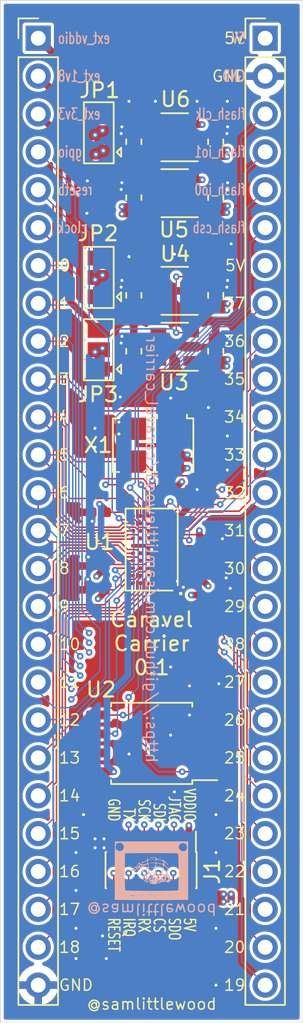
<source format=kicad_pcb>
(kicad_pcb (version 20171130) (host pcbnew "(5.1.7-0-10_14)")
  (title_block (title "Caravel Carrier") (date 2020-11-21) (rev 0.1) (company "Sam Littlewood"))
  (layers (0 F.Cu signal) (1 In1.Cu power) (2 In2.Cu power) (31 B.Cu signal) (34 B.Paste user) (35 F.Paste user) (36 B.SilkS user) (37 F.SilkS user) (38 B.Mask user) (39 F.Mask user) (44 Edge.Cuts user))
  (net 0 "")
  (net 1 "Net-(U3-Pad4)")
  (net 2 "Net-(U4-Pad4)")
  (net 3 GND)
  (net 4 +5V)
  (net 5 vccd)
  (net 6 "Net-(C4-Pad1)")
  (net 7 vdda)
  (net 8 "Net-(C8-Pad1)")
  (net 9 vccd1)
  (net 10 ext_1v8)
  (net 11 vdda1)
  (net 12 ext_3v3)
  (net 13 vddio)
  (net 14 ext_vddio)
  (net 15 gpio)
  (net 16 flash_io0)
  (net 17 flash_csb)
  (net 18 resetb)
  (net 19 mprj_io[2])
  (net 20 mprj_io[1])
  (net 21 flash_io1)
  (net 22 clock)
  (net 23 mprj_io[36])
  (net 24 mprj_io[37])
  (net 25 mprj_io[4])
  (net 26 mprj_io[3])
  (net 27 flash_clk)
  (net 28 mprj_io[33])
  (net 29 mprj_io[34])
  (net 30 mprj_io[35])
  (net 31 mprj_io[6])
  (net 32 mprj_io[5])
  (net 33 mprj_io[0])
  (net 34 mprj_io[32])
  (net 35 mprj_io[30])
  (net 36 mprj_io[31])
  (net 37 mprj_io[8])
  (net 38 mprj_io[7])
  (net 39 mprj_io[28])
  (net 40 mprj_io[29])
  (net 41 mprj_io[10])
  (net 42 mprj_io[9])
  (net 43 mprj_io[26])
  (net 44 mprj_io[27])
  (net 45 mprj_io[12])
  (net 46 mprj_io[11])
  (net 47 mprj_io[13])
  (net 48 mprj_io[24])
  (net 49 mprj_io[25])
  (net 50 mprj_io[14])
  (net 51 mprj_io[17])
  (net 52 mprj_io[20])
  (net 53 mprj_io[22])
  (net 54 mprj_io[15])
  (net 55 mprj_io[16])
  (net 56 mprj_io[18])
  (net 57 mprj_io[19])
  (net 58 mprj_io[21])
  (net 59 mprj_io[23])
  (net 60 "Net-(U6-Pad4)")
  (net 61 "Net-(X1-Pad1)")
  (net 62 "Net-(U2-Pad7)")
  (net 63 "Net-(U2-Pad3)")
  (net 64 "Net-(U5-Pad4)")
  (module carrier:WLCSP-60_P0.5mm (layer F.Cu) (at 68.73 80 180)
    (fp_text reference U1 (at 3.5 0.5 180) (layer F.SilkS))
    (fp_text value CARAVEL)
    (pad F10 smd circle (at 1.25 2.25 180) (size 0.28 0.28) (layers F.Cu F.Paste F.Mask) (net 7 vdda))
    (pad E10 smd circle (at 0.75 2.25 180) (size 0.28 0.28) (layers F.Cu F.Paste F.Mask) (net 15 gpio))
    (pad D10 smd circle (at 0.25 2.25 180) (size 0.28 0.28) (layers F.Cu F.Paste F.Mask) (net 16 flash_io0))
    (pad C10 smd circle (at -0.25 2.25 180) (size 0.28 0.28) (layers F.Cu F.Paste F.Mask) (net 17 flash_csb))
    (pad B10 smd circle (at -0.75 2.25 180) (size 0.28 0.28) (layers F.Cu F.Paste F.Mask) (net 18 resetb))
    (pad A10 smd circle (at -1.25 2.25 180) (size 0.28 0.28) (layers F.Cu F.Paste F.Mask) (net 5 vccd))
    (pad F9 smd circle (at 1.25 1.75 180) (size 0.28 0.28) (layers F.Cu F.Paste F.Mask) (net 19 mprj_io[2]))
    (pad E9 smd circle (at 0.75 1.75 180) (size 0.28 0.28) (layers F.Cu F.Paste F.Mask) (net 20 mprj_io[1]))
    (pad D9 smd circle (at 0.25 1.75 180) (size 0.28 0.28) (layers F.Cu F.Paste F.Mask) (net 21 flash_io1))
    (pad C9 smd circle (at -0.25 1.75 180) (size 0.28 0.28) (layers F.Cu F.Paste F.Mask) (net 22 clock))
    (pad B9 smd circle (at -0.75 1.75 180) (size 0.28 0.28) (layers F.Cu F.Paste F.Mask) (net 23 mprj_io[36]))
    (pad A9 smd circle (at -1.25 1.75 180) (size 0.28 0.28) (layers F.Cu F.Paste F.Mask) (net 24 mprj_io[37]))
    (pad F8 smd circle (at 1.25 1.25 180) (size 0.28 0.28) (layers F.Cu F.Paste F.Mask) (net 25 mprj_io[4]))
    (pad E8 smd circle (at 0.75 1.25 180) (size 0.28 0.28) (layers F.Cu F.Paste F.Mask) (net 26 mprj_io[3]))
    (pad D8 smd circle (at 0.25 1.25 180) (size 0.28 0.28) (layers F.Cu F.Paste F.Mask) (net 27 flash_clk))
    (pad C8 smd circle (at -0.25 1.25 180) (size 0.28 0.28) (layers F.Cu F.Paste F.Mask) (net 28 mprj_io[33]))
    (pad B8 smd circle (at -0.75 1.25 180) (size 0.28 0.28) (layers F.Cu F.Paste F.Mask) (net 29 mprj_io[34]))
    (pad A8 smd circle (at -1.25 1.25 180) (size 0.28 0.28) (layers F.Cu F.Paste F.Mask) (net 30 mprj_io[35]))
    (pad F7 smd circle (at 1.25 0.75 180) (size 0.28 0.28) (layers F.Cu F.Paste F.Mask) (net 31 mprj_io[6]))
    (pad E7 smd circle (at 0.75 0.75 180) (size 0.28 0.28) (layers F.Cu F.Paste F.Mask) (net 32 mprj_io[5]))
    (pad D7 smd circle (at 0.25 0.75 180) (size 0.28 0.28) (layers F.Cu F.Paste F.Mask) (net 33 mprj_io[0]))
    (pad C7 smd circle (at -0.25 0.75 180) (size 0.28 0.28) (layers F.Cu F.Paste F.Mask) (net 11 vdda1))
    (pad B7 smd circle (at -0.75 0.75 180) (size 0.28 0.28) (layers F.Cu F.Paste F.Mask) (net 3 GND))
    (pad A7 smd circle (at -1.25 0.75 180) (size 0.28 0.28) (layers F.Cu F.Paste F.Mask) (net 34 mprj_io[32]))
    (pad F6 smd circle (at 1.25 0.25 180) (size 0.28 0.28) (layers F.Cu F.Paste F.Mask) (net 3 GND))
    (pad E6 smd circle (at 0.75 0.25 180) (size 0.28 0.28) (layers F.Cu F.Paste F.Mask) (net 3 GND))
    (pad D6 smd circle (at 0.25 0.25 180) (size 0.28 0.28) (layers F.Cu F.Paste F.Mask) (net 3 GND))
    (pad C6 smd circle (at -0.25 0.25 180) (size 0.28 0.28) (layers F.Cu F.Paste F.Mask) (net 3 GND))
    (pad B6 smd circle (at -0.75 0.25 180) (size 0.28 0.28) (layers F.Cu F.Paste F.Mask) (net 35 mprj_io[30]))
    (pad A6 smd circle (at -1.25 0.25 180) (size 0.28 0.28) (layers F.Cu F.Paste F.Mask) (net 36 mprj_io[31]))
    (pad F5 smd circle (at 1.25 -0.25 180) (size 0.28 0.28) (layers F.Cu F.Paste F.Mask) (net 37 mprj_io[8]))
    (pad E5 smd circle (at 0.75 -0.25 180) (size 0.28 0.28) (layers F.Cu F.Paste F.Mask) (net 38 mprj_io[7]))
    (pad D5 smd circle (at 0.25 -0.25 180) (size 0.28 0.28) (layers F.Cu F.Paste F.Mask) (net 3 GND))
    (pad C5 smd circle (at -0.25 -0.25 180) (size 0.28 0.28) (layers F.Cu F.Paste F.Mask) (net 3 GND))
    (pad B5 smd circle (at -0.75 -0.25 180) (size 0.28 0.28) (layers F.Cu F.Paste F.Mask) (net 39 mprj_io[28]))
    (pad A5 smd circle (at -1.25 -0.25 180) (size 0.28 0.28) (layers F.Cu F.Paste F.Mask) (net 40 mprj_io[29]))
    (pad F4 smd circle (at 1.25 -0.75 180) (size 0.28 0.28) (layers F.Cu F.Paste F.Mask) (net 41 mprj_io[10]))
    (pad E4 smd circle (at 0.75 -0.75 180) (size 0.28 0.28) (layers F.Cu F.Paste F.Mask) (net 42 mprj_io[9]))
    (pad D4 smd circle (at 0.25 -0.75 180) (size 0.28 0.28) (layers F.Cu F.Paste F.Mask) (net 11 vdda1))
    (pad C4 smd circle (at -0.25 -0.75 180) (size 0.28 0.28) (layers F.Cu F.Paste F.Mask) (net 13 vddio))
    (pad B4 smd circle (at -0.75 -0.75 180) (size 0.28 0.28) (layers F.Cu F.Paste F.Mask) (net 43 mprj_io[26]))
    (pad A4 smd circle (at -1.25 -0.75 180) (size 0.28 0.28) (layers F.Cu F.Paste F.Mask) (net 44 mprj_io[27]))
    (pad F3 smd circle (at 1.25 -1.25 180) (size 0.28 0.28) (layers F.Cu F.Paste F.Mask) (net 45 mprj_io[12]))
    (pad E3 smd circle (at 0.75 -1.25 180) (size 0.28 0.28) (layers F.Cu F.Paste F.Mask) (net 46 mprj_io[11]))
    (pad D3 smd circle (at 0.25 -1.25 180) (size 0.28 0.28) (layers F.Cu F.Paste F.Mask) (net 47 mprj_io[13]))
    (pad C3 smd circle (at -0.25 -1.25 180) (size 0.28 0.28) (layers F.Cu F.Paste F.Mask) (net 48 mprj_io[24]))
    (pad B3 smd circle (at -0.75 -1.25 180) (size 0.28 0.28) (layers F.Cu F.Paste F.Mask) (net 3 GND))
    (pad A3 smd circle (at -1.25 -1.25 180) (size 0.28 0.28) (layers F.Cu F.Paste F.Mask) (net 49 mprj_io[25]))
    (pad F2 smd circle (at 1.25 -1.75 180) (size 0.28 0.28) (layers F.Cu F.Paste F.Mask) (net 9 vccd1))
    (pad E2 smd circle (at 0.75 -1.75 180) (size 0.28 0.28) (layers F.Cu F.Paste F.Mask) (net 50 mprj_io[14]))
    (pad D2 smd circle (at 0.25 -1.75 180) (size 0.28 0.28) (layers F.Cu F.Paste F.Mask) (net 51 mprj_io[17]))
    (pad C2 smd circle (at -0.25 -1.75 180) (size 0.28 0.28) (layers F.Cu F.Paste F.Mask) (net 52 mprj_io[20]))
    (pad B2 smd circle (at -0.75 -1.75 180) (size 0.28 0.28) (layers F.Cu F.Paste F.Mask) (net 53 mprj_io[22]))
    (pad A2 smd circle (at -1.25 -1.75 180) (size 0.28 0.28) (layers F.Cu F.Paste F.Mask) (net 9 vccd1))
    (pad F1 smd circle (at 1.25 -2.25 180) (size 0.28 0.28) (layers F.Cu F.Paste F.Mask) (net 54 mprj_io[15]))
    (pad E1 smd circle (at 0.75 -2.25 180) (size 0.28 0.28) (layers F.Cu F.Paste F.Mask) (net 55 mprj_io[16]))
    (pad D1 smd circle (at 0.25 -2.25 180) (size 0.28 0.28) (layers F.Cu F.Paste F.Mask) (net 56 mprj_io[18]))
    (pad C1 smd circle (at -0.25 -2.25 180) (size 0.28 0.28) (layers F.Cu F.Paste F.Mask) (net 57 mprj_io[19]))
    (pad B1 smd circle (at -0.75 -2.25 180) (size 0.28 0.28) (layers F.Cu F.Paste F.Mask) (net 58 mprj_io[21]))
    (pad A1 smd circle (at -1.25 -2.25 180) (size 0.28 0.28) (layers F.Cu F.Paste F.Mask) (net 59 mprj_io[23]))
  )
  (module carrier:sketch_teapot (layer B.Cu) (at 68.73 101.59)
    (fp_text reference G*** hide)
    (fp_text value TEAPOT hide)
  )
  (module Package_SO:SOIC-8_5.23x5.23mm_P1.27mm (layer F.Cu) (at 68.73 93 180)
    (fp_text reference U2 (at 3.4 3.6 180) (layer F.SilkS))
    (fp_text value W25Q128JVS)
    (pad 8 smd roundrect (at 3.6 -1.905 180) (size 1.6 0.6) (layers F.Cu F.Paste F.Mask) (net 7 vdda))
    (pad 7 smd roundrect (at 3.6 -0.635 180) (size 1.6 0.6) (layers F.Cu F.Paste F.Mask) (net 62 "Net-(U2-Pad7)"))
    (pad 6 smd roundrect (at 3.6 0.635 180) (size 1.6 0.6) (layers F.Cu F.Paste F.Mask) (net 27 flash_clk))
    (pad 5 smd roundrect (at 3.6 1.905 180) (size 1.6 0.6) (layers F.Cu F.Paste F.Mask) (net 16 flash_io0))
    (pad 4 smd roundrect (at -3.6 1.905 180) (size 1.6 0.6) (layers F.Cu F.Paste F.Mask) (net 3 GND))
    (pad 3 smd roundrect (at -3.6 0.635 180) (size 1.6 0.6) (layers F.Cu F.Paste F.Mask) (net 63 "Net-(U2-Pad3)"))
    (pad 2 smd roundrect (at -3.6 -0.635 180) (size 1.6 0.6) (layers F.Cu F.Paste F.Mask) (net 21 flash_io1))
    (pad 1 smd roundrect (at -3.6 -1.905 180) (size 1.6 0.6) (layers F.Cu F.Paste F.Mask) (net 17 flash_csb))
  )
  (module Oscillator:Oscillator_SMD_SeikoEpson_SG8002LB-4Pin_5.0x3.2mm (layer F.Cu) (at 68.8284 73 180)
    (fp_text reference X1 (at 3.6984 0 180) (layer F.SilkS))
    (fp_text value SG-5032CAN)
    (pad 4 smd rect (at -1.27 -1.1 180) (size 1.6 1.5) (layers F.Cu F.Paste F.Mask) (net 7 vdda))
    (pad 3 smd rect (at 1.27 -1.1 180) (size 1.6 1.5) (layers F.Cu F.Paste F.Mask) (net 22 clock))
    (pad 2 smd rect (at 1.27 1.1 180) (size 1.6 1.5) (layers F.Cu F.Paste F.Mask) (net 3 GND))
    (pad 1 smd rect (at -1.27 1.1 180) (size 1.6 1.5) (layers F.Cu F.Paste F.Mask) (net 61 "Net-(X1-Pad1)"))
  )
  (module Connector_PinHeader_2.54mm:PinHeader_1x26_P2.54mm_Vertical (layer F.Cu) (at 76.35 45.71)
    (fp_text reference J3 hide)
    (fp_text value Conn_01x26)
    (pad 26 thru_hole oval (at 0 63.5) (size 1.7 1.7) (drill 1) (layers *.Cu *.Mask) (net 57 mprj_io[19]))
    (pad 25 thru_hole oval (at 0 60.96) (size 1.7 1.7) (drill 1) (layers *.Cu *.Mask) (net 52 mprj_io[20]))
    (pad 24 thru_hole oval (at 0 58.42) (size 1.7 1.7) (drill 1) (layers *.Cu *.Mask) (net 58 mprj_io[21]))
    (pad 23 thru_hole oval (at 0 55.88) (size 1.7 1.7) (drill 1) (layers *.Cu *.Mask) (net 53 mprj_io[22]))
    (pad 22 thru_hole oval (at 0 53.34) (size 1.7 1.7) (drill 1) (layers *.Cu *.Mask) (net 59 mprj_io[23]))
    (pad 21 thru_hole oval (at 0 50.8) (size 1.7 1.7) (drill 1) (layers *.Cu *.Mask) (net 48 mprj_io[24]))
    (pad 20 thru_hole oval (at 0 48.26) (size 1.7 1.7) (drill 1) (layers *.Cu *.Mask) (net 49 mprj_io[25]))
    (pad 19 thru_hole oval (at 0 45.72) (size 1.7 1.7) (drill 1) (layers *.Cu *.Mask) (net 43 mprj_io[26]))
    (pad 18 thru_hole oval (at 0 43.18) (size 1.7 1.7) (drill 1) (layers *.Cu *.Mask) (net 44 mprj_io[27]))
    (pad 17 thru_hole oval (at 0 40.64) (size 1.7 1.7) (drill 1) (layers *.Cu *.Mask) (net 39 mprj_io[28]))
    (pad 16 thru_hole oval (at 0 38.1) (size 1.7 1.7) (drill 1) (layers *.Cu *.Mask) (net 40 mprj_io[29]))
    (pad 15 thru_hole oval (at 0 35.56) (size 1.7 1.7) (drill 1) (layers *.Cu *.Mask) (net 35 mprj_io[30]))
    (pad 14 thru_hole oval (at 0 33.02) (size 1.7 1.7) (drill 1) (layers *.Cu *.Mask) (net 36 mprj_io[31]))
    (pad 13 thru_hole oval (at 0 30.48) (size 1.7 1.7) (drill 1) (layers *.Cu *.Mask) (net 34 mprj_io[32]))
    (pad 12 thru_hole oval (at 0 27.94) (size 1.7 1.7) (drill 1) (layers *.Cu *.Mask) (net 28 mprj_io[33]))
    (pad 11 thru_hole oval (at 0 25.4) (size 1.7 1.7) (drill 1) (layers *.Cu *.Mask) (net 29 mprj_io[34]))
    (pad 10 thru_hole oval (at 0 22.86) (size 1.7 1.7) (drill 1) (layers *.Cu *.Mask) (net 30 mprj_io[35]))
    (pad 9 thru_hole oval (at 0 20.32) (size 1.7 1.7) (drill 1) (layers *.Cu *.Mask) (net 23 mprj_io[36]))
    (pad 8 thru_hole oval (at 0 17.78) (size 1.7 1.7) (drill 1) (layers *.Cu *.Mask) (net 24 mprj_io[37]))
    (pad 7 thru_hole oval (at 0 15.24) (size 1.7 1.7) (drill 1) (layers *.Cu *.Mask) (net 4 +5V))
    (pad 6 thru_hole oval (at 0 12.7) (size 1.7 1.7) (drill 1) (layers *.Cu *.Mask) (net 17 flash_csb))
    (pad 5 thru_hole oval (at 0 10.16) (size 1.7 1.7) (drill 1) (layers *.Cu *.Mask) (net 16 flash_io0))
    (pad 4 thru_hole oval (at 0 7.62) (size 1.7 1.7) (drill 1) (layers *.Cu *.Mask) (net 21 flash_io1))
    (pad 3 thru_hole oval (at 0 5.08) (size 1.7 1.7) (drill 1) (layers *.Cu *.Mask) (net 27 flash_clk))
    (pad 2 thru_hole oval (at 0 2.54) (size 1.7 1.7) (drill 1) (layers *.Cu *.Mask) (net 3 GND))
    (pad 1 thru_hole rect (at 0 0) (size 1.7 1.7) (drill 1) (layers *.Cu *.Mask) (net 4 +5V))
  )
  (module Connector_PinHeader_2.54mm:PinHeader_1x26_P2.54mm_Vertical (layer F.Cu) (at 61.11 45.71)
    (fp_text reference J2 hide)
    (fp_text value Conn_01x26)
    (pad 26 thru_hole oval (at 0 63.5) (size 1.7 1.7) (drill 1) (layers *.Cu *.Mask) (net 3 GND))
    (pad 25 thru_hole oval (at 0 60.96) (size 1.7 1.7) (drill 1) (layers *.Cu *.Mask) (net 56 mprj_io[18]))
    (pad 24 thru_hole oval (at 0 58.42) (size 1.7 1.7) (drill 1) (layers *.Cu *.Mask) (net 51 mprj_io[17]))
    (pad 23 thru_hole oval (at 0 55.88) (size 1.7 1.7) (drill 1) (layers *.Cu *.Mask) (net 55 mprj_io[16]))
    (pad 22 thru_hole oval (at 0 53.34) (size 1.7 1.7) (drill 1) (layers *.Cu *.Mask) (net 54 mprj_io[15]))
    (pad 21 thru_hole oval (at 0 50.8) (size 1.7 1.7) (drill 1) (layers *.Cu *.Mask) (net 50 mprj_io[14]))
    (pad 20 thru_hole oval (at 0 48.26) (size 1.7 1.7) (drill 1) (layers *.Cu *.Mask) (net 47 mprj_io[13]))
    (pad 19 thru_hole oval (at 0 45.72) (size 1.7 1.7) (drill 1) (layers *.Cu *.Mask) (net 45 mprj_io[12]))
    (pad 18 thru_hole oval (at 0 43.18) (size 1.7 1.7) (drill 1) (layers *.Cu *.Mask) (net 46 mprj_io[11]))
    (pad 17 thru_hole oval (at 0 40.64) (size 1.7 1.7) (drill 1) (layers *.Cu *.Mask) (net 41 mprj_io[10]))
    (pad 16 thru_hole oval (at 0 38.1) (size 1.7 1.7) (drill 1) (layers *.Cu *.Mask) (net 42 mprj_io[9]))
    (pad 15 thru_hole oval (at 0 35.56) (size 1.7 1.7) (drill 1) (layers *.Cu *.Mask) (net 37 mprj_io[8]))
    (pad 14 thru_hole oval (at 0 33.02) (size 1.7 1.7) (drill 1) (layers *.Cu *.Mask) (net 38 mprj_io[7]))
    (pad 13 thru_hole oval (at 0 30.48) (size 1.7 1.7) (drill 1) (layers *.Cu *.Mask) (net 31 mprj_io[6]))
    (pad 12 thru_hole oval (at 0 27.94) (size 1.7 1.7) (drill 1) (layers *.Cu *.Mask) (net 32 mprj_io[5]))
    (pad 11 thru_hole oval (at 0 25.4) (size 1.7 1.7) (drill 1) (layers *.Cu *.Mask) (net 25 mprj_io[4]))
    (pad 10 thru_hole oval (at 0 22.86) (size 1.7 1.7) (drill 1) (layers *.Cu *.Mask) (net 26 mprj_io[3]))
    (pad 9 thru_hole oval (at 0 20.32) (size 1.7 1.7) (drill 1) (layers *.Cu *.Mask) (net 19 mprj_io[2]))
    (pad 8 thru_hole oval (at 0 17.78) (size 1.7 1.7) (drill 1) (layers *.Cu *.Mask) (net 20 mprj_io[1]))
    (pad 7 thru_hole oval (at 0 15.24) (size 1.7 1.7) (drill 1) (layers *.Cu *.Mask) (net 33 mprj_io[0]))
    (pad 6 thru_hole oval (at 0 12.7) (size 1.7 1.7) (drill 1) (layers *.Cu *.Mask) (net 22 clock))
    (pad 5 thru_hole oval (at 0 10.16) (size 1.7 1.7) (drill 1) (layers *.Cu *.Mask) (net 18 resetb))
    (pad 4 thru_hole oval (at 0 7.62) (size 1.7 1.7) (drill 1) (layers *.Cu *.Mask) (net 15 gpio))
    (pad 3 thru_hole oval (at 0 5.08) (size 1.7 1.7) (drill 1) (layers *.Cu *.Mask) (net 12 ext_3v3))
    (pad 2 thru_hole oval (at 0 2.54) (size 1.7 1.7) (drill 1) (layers *.Cu *.Mask) (net 10 ext_1v8))
    (pad 1 thru_hole rect (at 0 0) (size 1.7 1.7) (drill 1) (layers *.Cu *.Mask) (net 14 ext_vddio))
  )
  (module Capacitor_SMD:C_0402_1005Metric (layer F.Cu) (at 72.18 73.485 90)
    (fp_text reference C16 hide)
    (fp_text value 22n)
    (pad 2 smd roundrect (at 0.485 0 90) (size 0.59 0.64) (layers F.Cu F.Paste F.Mask) (net 3 GND))
    (pad 1 smd roundrect (at -0.485 0 90) (size 0.59 0.64) (layers F.Cu F.Paste F.Mask) (net 7 vdda))
  )
  (module Capacitor_SMD:C_0402_1005Metric (layer F.Cu) (at 72.53 83.05)
    (fp_text reference C15 hide)
    (fp_text value 22n hide)
    (pad 2 smd roundrect (at 0.485 0) (size 0.59 0.64) (layers F.Cu F.Paste F.Mask) (net 3 GND))
    (pad 1 smd roundrect (at -0.485 0) (size 0.59 0.64) (layers F.Cu F.Paste F.Mask) (net 9 vccd1))
  )
  (module Capacitor_SMD:C_0402_1005Metric (layer F.Cu) (at 72.48 79.275)
    (fp_text reference C14 hide)
    (fp_text value 22n hide)
    (pad 2 smd roundrect (at 0.485 0) (size 0.59 0.64) (layers F.Cu F.Paste F.Mask) (net 3 GND))
    (pad 1 smd roundrect (at -0.485 0) (size 0.59 0.64) (layers F.Cu F.Paste F.Mask) (net 11 vdda1))
  )
  (module Capacitor_SMD:C_0402_1005Metric (layer F.Cu) (at 65.13 82.7 180)
    (fp_text reference C13 hide)
    (fp_text value 22n hide)
    (pad 2 smd roundrect (at 0.485 0 180) (size 0.59 0.64) (layers F.Cu F.Paste F.Mask) (net 3 GND))
    (pad 1 smd roundrect (at -0.485 0 180) (size 0.59 0.64) (layers F.Cu F.Paste F.Mask) (net 9 vccd1))
  )
  (module Capacitor_SMD:C_0402_1005Metric (layer F.Cu) (at 65.13 81.1 180)
    (fp_text reference C12 hide)
    (fp_text value 22n hide)
    (pad 2 smd roundrect (at 0.485 0 180) (size 0.59 0.64) (layers F.Cu F.Paste F.Mask) (net 3 GND))
    (pad 1 smd roundrect (at -0.485 0 180) (size 0.59 0.64) (layers F.Cu F.Paste F.Mask) (net 11 vdda1))
  )
  (module Capacitor_SMD:C_0402_1005Metric (layer F.Cu) (at 70.78 75.975)
    (fp_text reference C11 hide)
    (fp_text value 22n hide)
    (pad 2 smd roundrect (at 0.485 0) (size 0.59 0.64) (layers F.Cu F.Paste F.Mask) (net 3 GND))
    (pad 1 smd roundrect (at -0.485 0) (size 0.59 0.64) (layers F.Cu F.Paste F.Mask) (net 5 vccd))
  )
  (module Capacitor_SMD:C_0402_1005Metric (layer F.Cu) (at 65.215 77.5 180)
    (fp_text reference C10 hide)
    (fp_text value 22n hide)
    (pad 2 smd roundrect (at 0.485 0 180) (size 0.59 0.64) (layers F.Cu F.Paste F.Mask) (net 3 GND))
    (pad 1 smd roundrect (at -0.485 0 180) (size 0.59 0.64) (layers F.Cu F.Paste F.Mask) (net 7 vdda))
  )
  (module Capacitor_SMD:C_0402_1005Metric (layer F.Cu) (at 72.53 81.9)
    (fp_text reference C9 hide)
    (fp_text value 22n hide)
    (pad 2 smd roundrect (at 0.485 0) (size 0.59 0.64) (layers F.Cu F.Paste F.Mask) (net 3 GND))
    (pad 1 smd roundrect (at -0.485 0) (size 0.59 0.64) (layers F.Cu F.Paste F.Mask) (net 13 vddio))
  )
  (module Connector_PinHeader_1.00mm:PinHeader_2x06_P1.00mm_Vertical_SMD (layer F.Cu) (at 68.69 101.5 270)
    (fp_text reference J1 (at 0.09 -4.104 270) (layer F.SilkS))
    (fp_text value Conn_02x06_Odd_Even hide)
    (pad 12 smd rect (at 1.65 2.5 270) (size 2 0.5) (layers F.Cu F.Paste F.Mask) (net 18 resetb))
    (pad 11 smd rect (at -1.65 2.5 270) (size 2 0.5) (layers F.Cu F.Paste F.Mask) (net 3 GND))
    (pad 10 smd rect (at 1.65 1.5 270) (size 2 0.5) (layers F.Cu F.Paste F.Mask) (net 38 mprj_io[7]))
    (pad 9 smd rect (at -1.65 1.5 270) (size 2 0.5) (layers F.Cu F.Paste F.Mask) (net 31 mprj_io[6]))
    (pad 8 smd rect (at 1.65 0.5 270) (size 2 0.5) (layers F.Cu F.Paste F.Mask) (net 32 mprj_io[5]))
    (pad 7 smd rect (at -1.65 0.5 270) (size 2 0.5) (layers F.Cu F.Paste F.Mask) (net 25 mprj_io[4]))
    (pad 6 smd rect (at 1.65 -0.5 270) (size 2 0.5) (layers F.Cu F.Paste F.Mask) (net 26 mprj_io[3]))
    (pad 5 smd rect (at -1.65 -0.5 270) (size 2 0.5) (layers F.Cu F.Paste F.Mask) (net 19 mprj_io[2]))
    (pad 4 smd rect (at 1.65 -1.5 270) (size 2 0.5) (layers F.Cu F.Paste F.Mask) (net 20 mprj_io[1]))
    (pad 3 smd rect (at -1.65 -1.5 270) (size 2 0.5) (layers F.Cu F.Paste F.Mask) (net 33 mprj_io[0]))
    (pad 2 smd rect (at 1.65 -2.5 270) (size 2 0.5) (layers F.Cu F.Paste F.Mask) (net 4 +5V))
    (pad 1 smd rect (at -1.65 -2.5 270) (size 2 0.5) (layers F.Cu F.Paste F.Mask) (net 13 vddio))
  )
  (module Package_TO_SOT_SMD:SOT-23-5 (layer F.Cu) (at 70.28 66.4 180)
    (fp_text reference U3 (at 0.05 -2.4) (layer F.SilkS))
    (fp_text value LP5907MFX-3.3 hide)
    (pad 5 smd rect (at 1.1 -0.95 180) (size 1.06 0.65) (layers F.Cu F.Paste F.Mask) (net 8 "Net-(C8-Pad1)"))
    (pad 4 smd rect (at 1.1 0.95 180) (size 1.06 0.65) (layers F.Cu F.Paste F.Mask) (net 1 "Net-(U3-Pad4)"))
    (pad 3 smd rect (at -1.1 0.95 180) (size 1.06 0.65) (layers F.Cu F.Paste F.Mask) (net 15 gpio))
    (pad 2 smd rect (at -1.1 0 180) (size 1.06 0.65) (layers F.Cu F.Paste F.Mask) (net 3 GND))
    (pad 1 smd rect (at -1.1 -0.95 180) (size 1.06 0.65) (layers F.Cu F.Paste F.Mask) (net 4 +5V))
  )
  (module Package_TO_SOT_SMD:SOT-23-5 (layer F.Cu) (at 70.28 52.35 180)
    (fp_text reference U6 (at -0.05 2.55) (layer F.SilkS))
    (fp_text value LP5907MFX-3.3 hide)
    (pad 5 smd rect (at 1.1 -0.95 180) (size 1.06 0.65) (layers F.Cu F.Paste F.Mask) (net 7 vdda))
    (pad 4 smd rect (at 1.1 0.95 180) (size 1.06 0.65) (layers F.Cu F.Paste F.Mask) (net 60 "Net-(U6-Pad4)"))
    (pad 3 smd rect (at -1.1 0.95 180) (size 1.06 0.65) (layers F.Cu F.Paste F.Mask) (net 4 +5V))
    (pad 2 smd rect (at -1.1 0 180) (size 1.06 0.65) (layers F.Cu F.Paste F.Mask) (net 3 GND))
    (pad 1 smd rect (at -1.1 -0.95 180) (size 1.06 0.65) (layers F.Cu F.Paste F.Mask) (net 4 +5V))
  )
  (module Package_TO_SOT_SMD:SOT-23-5 (layer F.Cu) (at 70.28 62.65 180)
    (fp_text reference U4 (at -0.025 2.475) (layer F.SilkS))
    (fp_text value LP5907MFX-1.8 hide)
    (pad 5 smd rect (at 1.1 -0.95 180) (size 1.06 0.65) (layers F.Cu F.Paste F.Mask) (net 6 "Net-(C4-Pad1)"))
    (pad 4 smd rect (at 1.1 0.95 180) (size 1.06 0.65) (layers F.Cu F.Paste F.Mask) (net 2 "Net-(U4-Pad4)"))
    (pad 3 smd rect (at -1.1 0.95 180) (size 1.06 0.65) (layers F.Cu F.Paste F.Mask) (net 15 gpio))
    (pad 2 smd rect (at -1.1 0 180) (size 1.06 0.65) (layers F.Cu F.Paste F.Mask) (net 3 GND))
    (pad 1 smd rect (at -1.1 -0.95 180) (size 1.06 0.65) (layers F.Cu F.Paste F.Mask) (net 4 +5V))
  )
  (module Package_TO_SOT_SMD:SOT-23-5 (layer F.Cu) (at 70.28 56.1 180)
    (fp_text reference U5 (at 0.05 -2.45) (layer F.SilkS))
    (fp_text value LP5907MFX-1.8 hide)
    (pad 5 smd rect (at 1.1 -0.95 180) (size 1.06 0.65) (layers F.Cu F.Paste F.Mask) (net 5 vccd))
    (pad 4 smd rect (at 1.1 0.95 180) (size 1.06 0.65) (layers F.Cu F.Paste F.Mask) (net 64 "Net-(U5-Pad4)"))
    (pad 3 smd rect (at -1.1 0.95 180) (size 1.06 0.65) (layers F.Cu F.Paste F.Mask) (net 4 +5V))
    (pad 2 smd rect (at -1.1 0 180) (size 1.06 0.65) (layers F.Cu F.Paste F.Mask) (net 3 GND))
    (pad 1 smd rect (at -1.1 -0.95 180) (size 1.06 0.65) (layers F.Cu F.Paste F.Mask) (net 4 +5V))
  )
  (module Jumper:SolderJumper-3_P1.3mm_Bridged12_Pad1.0x1.5mm (layer F.Cu) (at 65.18 52.05 90)
    (fp_text reference JP1 (at 2.85 0.05 180) (layer F.SilkS))
    (fp_text value VIO_SEL hide)
    (fp_poly (pts (xy -0.9 -0.3) (xy -0.4 -0.3) (xy -0.4 0.3) (xy -0.9 0.3)) (layer F.Cu) (width 0))
    (pad 2 smd rect (at 0 0 90) (size 1 1.5) (layers F.Cu F.Mask) (net 13 vddio))
    (pad 3 smd rect (at 1.3 0 90) (size 1 1.5) (layers F.Cu F.Mask) (net 14 ext_vddio))
    (pad 1 smd rect (at -1.3 0 90) (size 1 1.5) (layers F.Cu F.Mask) (net 7 vdda))
  )
  (module Jumper:SolderJumper-3_P1.3mm_Bridged12_Pad1.0x1.5mm (layer F.Cu) (at 65.18 66.6 90)
    (fp_text reference JP3 (at -3 -0.05 180) (layer F.SilkS))
    (fp_text value 3V3_SEL hide)
    (fp_poly (pts (xy -0.9 -0.3) (xy -0.4 -0.3) (xy -0.4 0.3) (xy -0.9 0.3)) (layer F.Cu) (width 0))
    (pad 2 smd rect (at 0 0 90) (size 1 1.5) (layers F.Cu F.Mask) (net 11 vdda1))
    (pad 3 smd rect (at 1.3 0 90) (size 1 1.5) (layers F.Cu F.Mask) (net 12 ext_3v3))
    (pad 1 smd rect (at -1.3 0 90) (size 1 1.5) (layers F.Cu F.Mask) (net 8 "Net-(C8-Pad1)"))
  )
  (module Jumper:SolderJumper-3_P1.3mm_Bridged12_Pad1.0x1.5mm (layer F.Cu) (at 65.18 61.75 90)
    (fp_text reference JP2 (at 2.95 -0.05 180) (layer F.SilkS))
    (fp_text value 1V8_SEL hide)
    (fp_poly (pts (xy -0.9 -0.3) (xy -0.4 -0.3) (xy -0.4 0.3) (xy -0.9 0.3)) (layer F.Cu) (width 0))
    (pad 2 smd rect (at 0 0 90) (size 1 1.5) (layers F.Cu F.Mask) (net 9 vccd1))
    (pad 3 smd rect (at 1.3 0 90) (size 1 1.5) (layers F.Cu F.Mask) (net 10 ext_1v8))
    (pad 1 smd rect (at -1.3 0 90) (size 1 1.5) (layers F.Cu F.Mask) (net 6 "Net-(C4-Pad1)"))
  )
  (module Capacitor_SMD:C_0603_1608Metric (layer F.Cu) (at 67.53 66.704 90)
    (fp_text reference C8 hide)
    (fp_text value 4u7 hide)
    (pad 2 smd roundrect (at 0.7875 0 90) (size 0.875 0.95) (layers F.Cu F.Paste F.Mask) (net 3 GND))
    (pad 1 smd roundrect (at -0.7875 0 90) (size 0.875 0.95) (layers F.Cu F.Paste F.Mask) (net 8 "Net-(C8-Pad1)"))
  )
  (module Capacitor_SMD:C_0603_1608Metric (layer F.Cu) (at 67.53 52.65 90)
    (fp_text reference C7 hide)
    (fp_text value 4u7 hide)
    (pad 2 smd roundrect (at 0.7875 0 90) (size 0.875 0.95) (layers F.Cu F.Paste F.Mask) (net 3 GND))
    (pad 1 smd roundrect (at -0.7875 0 90) (size 0.875 0.95) (layers F.Cu F.Paste F.Mask) (net 7 vdda))
  )
  (module Capacitor_SMD:C_0603_1608Metric (layer F.Cu) (at 73.03 62.95 90)
    (fp_text reference C6 hide)
    (fp_text value 1u hide)
    (pad 2 smd roundrect (at 0.7875 0 90) (size 0.875 0.95) (layers F.Cu F.Paste F.Mask) (net 3 GND))
    (pad 1 smd roundrect (at -0.7875 0 90) (size 0.875 0.95) (layers F.Cu F.Paste F.Mask) (net 4 +5V))
  )
  (module Capacitor_SMD:C_0603_1608Metric (layer F.Cu) (at 73.03 52.65 90)
    (fp_text reference C5 hide)
    (fp_text value 1u hide)
    (pad 2 smd roundrect (at 0.7875 0 90) (size 0.875 0.95) (layers F.Cu F.Paste F.Mask) (net 3 GND))
    (pad 1 smd roundrect (at -0.7875 0 90) (size 0.875 0.95) (layers F.Cu F.Paste F.Mask) (net 4 +5V))
  )
  (module Capacitor_SMD:C_0603_1608Metric (layer F.Cu) (at 67.53 62.95 90)
    (fp_text reference C4 hide)
    (fp_text value 4u7 hide)
    (pad 2 smd roundrect (at 0.7875 0 90) (size 0.875 0.95) (layers F.Cu F.Paste F.Mask) (net 3 GND))
    (pad 1 smd roundrect (at -0.7875 0 90) (size 0.875 0.95) (layers F.Cu F.Paste F.Mask) (net 6 "Net-(C4-Pad1)"))
  )
  (module Capacitor_SMD:C_0603_1608Metric (layer F.Cu) (at 67.53 56.4 90)
    (fp_text reference C3 hide)
    (fp_text value 4u7 hide)
    (pad 2 smd roundrect (at 0.7875 0 90) (size 0.875 0.95) (layers F.Cu F.Paste F.Mask) (net 3 GND))
    (pad 1 smd roundrect (at -0.7875 0 90) (size 0.875 0.95) (layers F.Cu F.Paste F.Mask) (net 5 vccd))
  )
  (module Capacitor_SMD:C_0603_1608Metric (layer F.Cu) (at 73.03 66.7 90)
    (fp_text reference C2 hide)
    (fp_text value 1u hide)
    (pad 2 smd roundrect (at 0.7875 0 90) (size 0.875 0.95) (layers F.Cu F.Paste F.Mask) (net 3 GND))
    (pad 1 smd roundrect (at -0.7875 0 90) (size 0.875 0.95) (layers F.Cu F.Paste F.Mask) (net 4 +5V))
  )
  (module Capacitor_SMD:C_0603_1608Metric (layer F.Cu) (at 73.03 56.4 90)
    (fp_text reference C1 hide)
    (fp_text value 1u hide)
    (pad 2 smd roundrect (at 0.7875 0 90) (size 0.875 0.95) (layers F.Cu F.Paste F.Mask) (net 3 GND))
    (pad 1 smd roundrect (at -0.7875 0 90) (size 0.875 0.95) (layers F.Cu F.Paste F.Mask) (net 4 +5V))
  )
  (gr_text @samlittlewood (at 68.73 104.13 180) (layer B.SilkS) (effects (font (size 0.75 0.75) (thickness 0.1)) (justify mirror)))
  (gr_text GND (at 75.14 48.25) (layer F.SilkS) (effects (font (size 0.75 0.75) (thickness 0.1)) (justify right)))
  (gr_text 5V (at 75.02 45.71) (layer F.SilkS) (effects (font (size 0.75 0.75) (thickness 0.1)) (justify right)))
  (gr_text RESET (at 66.19 104.638 270) (layer F.SilkS) (effects (font (size 0.75 0.5) (thickness 0.1)) (justify left)))
  (gr_text IRQ (at 67.206 104.638 270) (layer F.SilkS) (effects (font (size 0.75 0.5) (thickness 0.1)) (justify left)))
  (gr_text RX (at 68.222 104.638 270) (layer F.SilkS) (effects (font (size 0.75 0.5) (thickness 0.1)) (justify left)))
  (gr_text CS (at 69.238 104.638 270) (layer F.SilkS) (effects (font (size 0.75 0.5) (thickness 0.1)) (justify left)))
  (gr_text SDO (at 70.254 104.638 270) (layer F.SilkS) (effects (font (size 0.75 0.5) (thickness 0.1)) (justify left)))
  (gr_text 5V (at 71.27 104.638 270) (layer F.SilkS) (effects (font (size 0.75 0.5) (thickness 0.1)) (justify left)))
  (gr_text SCK (at 68.222 98.288 270) (layer F.SilkS) (effects (font (size 0.75 0.5) (thickness 0.1)) (justify right)))
  (gr_text TX (at 67.206 98.288 270) (layer F.SilkS) (effects (font (size 0.75 0.5) (thickness 0.1)) (justify right)))
  (gr_text VDDIO (at 71.27 98.288 270) (layer F.SilkS) (effects (font (size 0.75 0.5) (thickness 0.1)) (justify right)))
  (gr_text JTAG (at 70.254 98.288 270) (layer F.SilkS) (effects (font (size 0.75 0.5) (thickness 0.1)) (justify right)))
  (gr_text SDI (at 69.238 98.288 270) (layer F.SilkS) (effects (font (size 0.75 0.5) (thickness 0.1)) (justify right)))
  (gr_text GND (at 66.19 98.288 270) (layer F.SilkS) (effects (font (size 0.75 0.5) (thickness 0.1)) (justify right)))
  (gr_text https://github.com/samlittlewood/caravel_carrier (at 68.73 80 270) (layer B.SilkS) (effects (font (size 0.75 0.75) (thickness 0.1)) (justify mirror)))
  (gr_text @samlittlewood (at 68.73 110.48) (layer F.SilkS) (effects (font (size 0.75 0.75) (thickness 0.1))))
  (gr_text "Caravel\nCarrier\n0.1" (at 68.73 86.3) (layer F.SilkS) (effects (font (size 1 1))))
  (gr_text clock (at 62.38 58.41) (layer B.SilkS) (effects (font (size 0.75 0.5) (thickness 0.1)) (justify right mirror)))
  (gr_text resetb (at 62.38 55.87) (layer B.SilkS) (effects (font (size 0.75 0.5) (thickness 0.1)) (justify right mirror)))
  (gr_text gpio (at 62.38 53.33) (layer B.SilkS) (effects (font (size 0.75 0.5) (thickness 0.1)) (justify right mirror)))
  (gr_text ext_3v3 (at 62.38 50.79) (layer B.SilkS) (effects (font (size 0.75 0.5) (thickness 0.1)) (justify right mirror)))
  (gr_text ext_1v8 (at 62.38 48.25) (layer B.SilkS) (effects (font (size 0.75 0.5) (thickness 0.1)) (justify right mirror)))
  (gr_text ext_vddio (at 62.38 45.71) (layer B.SilkS) (effects (font (size 0.75 0.5) (thickness 0.1)) (justify right mirror)))
  (gr_text 5V (at 75.08 45.71) (layer B.SilkS) (effects (font (size 0.75 0.5) (thickness 0.1)) (justify left mirror)))
  (gr_text GND (at 75.08 48.25) (layer B.SilkS) (effects (font (size 0.75 0.5) (thickness 0.1)) (justify left mirror)))
  (gr_text flash_clk (at 75.08 50.79) (layer B.SilkS) (effects (font (size 0.75 0.5) (thickness 0.1)) (justify left mirror)))
  (gr_text flash_io1 (at 75.08 53.33) (layer B.SilkS) (effects (font (size 0.75 0.5) (thickness 0.1)) (justify left mirror)))
  (gr_text flash_io0 (at 75.08 55.87) (layer B.SilkS) (effects (font (size 0.75 0.5) (thickness 0.1)) (justify left mirror)))
  (gr_text flash_csb (at 75.08 58.41) (layer B.SilkS) (effects (font (size 0.75 0.5) (thickness 0.1)) (justify left mirror)))
  (gr_text 35 (at 75.08 68.57) (layer F.SilkS) (effects (font (size 0.75 0.75) (thickness 0.1)) (justify right)))
  (gr_text 5V (at 75.08 60.95) (layer F.SilkS) (effects (font (size 0.75 0.75) (thickness 0.1)) (justify right)))
  (gr_text 37 (at 75.08 63.49) (layer F.SilkS) (effects (font (size 0.75 0.75) (thickness 0.1)) (justify right)))
  (gr_text 36 (at 75.08 66.03) (layer F.SilkS) (effects (font (size 0.75 0.75) (thickness 0.1)) (justify right)))
  (gr_text 34 (at 75.08 71.11) (layer F.SilkS) (effects (font (size 0.75 0.75) (thickness 0.1)) (justify right)))
  (gr_text 33 (at 75.08 73.65) (layer F.SilkS) (effects (font (size 0.75 0.75) (thickness 0.1)) (justify right)))
  (gr_text 32 (at 75.08 76.19) (layer F.SilkS) (effects (font (size 0.75 0.75) (thickness 0.1)) (justify right)))
  (gr_text 31 (at 75.08 78.73) (layer F.SilkS) (effects (font (size 0.75 0.75) (thickness 0.1)) (justify right)))
  (gr_text 30 (at 75.08 81.27) (layer F.SilkS) (effects (font (size 0.75 0.75) (thickness 0.1)) (justify right)))
  (gr_text 29 (at 75.08 83.81) (layer F.SilkS) (effects (font (size 0.75 0.75) (thickness 0.1)) (justify right)))
  (gr_text 28 (at 75.08 86.35) (layer F.SilkS) (effects (font (size 0.75 0.75) (thickness 0.1)) (justify right)))
  (gr_text 27 (at 75.08 88.89) (layer F.SilkS) (effects (font (size 0.75 0.75) (thickness 0.1)) (justify right)))
  (gr_text 26 (at 75.08 91.43) (layer F.SilkS) (effects (font (size 0.75 0.75) (thickness 0.1)) (justify right)))
  (gr_text 25 (at 75.08 93.97) (layer F.SilkS) (effects (font (size 0.75 0.75) (thickness 0.1)) (justify right)))
  (gr_text 24 (at 75.08 96.51) (layer F.SilkS) (effects (font (size 0.75 0.75) (thickness 0.1)) (justify right)))
  (gr_text 23 (at 75.08 99.05) (layer F.SilkS) (effects (font (size 0.75 0.75) (thickness 0.1)) (justify right)))
  (gr_text 22 (at 75.08 101.59) (layer F.SilkS) (effects (font (size 0.75 0.75) (thickness 0.1)) (justify right)))
  (gr_text 21 (at 75.08 104.13) (layer F.SilkS) (effects (font (size 0.75 0.75) (thickness 0.1)) (justify right)))
  (gr_text 20 (at 75.08 106.67) (layer F.SilkS) (effects (font (size 0.75 0.75) (thickness 0.1)) (justify right)))
  (gr_text 19 (at 75.08 109.21) (layer F.SilkS) (effects (font (size 0.75 0.75) (thickness 0.1)) (justify right)))
  (gr_text 0 (at 62.44 60.95) (layer F.SilkS) (effects (font (size 0.75 0.75)) (justify left)))
  (gr_text 1 (at 62.44 63.49) (layer F.SilkS) (effects (font (size 0.75 0.75) (thickness 0.1)) (justify left)))
  (gr_text 2 (at 62.44 66.03) (layer F.SilkS) (effects (font (size 0.75 0.75) (thickness 0.1)) (justify left)))
  (gr_text 3 (at 62.44 68.57) (layer F.SilkS) (effects (font (size 0.75 0.75) (thickness 0.1)) (justify left)))
  (gr_text 4 (at 62.44 71.11) (layer F.SilkS) (effects (font (size 0.75 0.75) (thickness 0.1)) (justify left)))
  (gr_text 5 (at 62.44 73.65) (layer F.SilkS) (effects (font (size 0.75 0.75) (thickness 0.1)) (justify left)))
  (gr_text 6 (at 62.44 76.19) (layer F.SilkS) (effects (font (size 0.75 0.75) (thickness 0.1)) (justify left)))
  (gr_text 7 (at 62.44 78.73) (layer F.SilkS) (effects (font (size 0.75 0.75) (thickness 0.1)) (justify left)))
  (gr_text 8 (at 62.44 81.27) (layer F.SilkS) (effects (font (size 0.75 0.75) (thickness 0.1)) (justify left)))
  (gr_text 9 (at 62.44 83.81) (layer F.SilkS) (effects (font (size 0.75 0.75) (thickness 0.1)) (justify left)))
  (gr_text 10 (at 62.44 86.35) (layer F.SilkS) (effects (font (size 0.75 0.75) (thickness 0.1)) (justify left)))
  (gr_text 11 (at 62.44 88.89) (layer F.SilkS) (effects (font (size 0.75 0.75) (thickness 0.1)) (justify left)))
  (gr_text 12 (at 62.44 91.43) (layer F.SilkS) (effects (font (size 0.75 0.75) (thickness 0.1)) (justify left)))
  (gr_text 13 (at 62.44 93.97) (layer F.SilkS) (effects (font (size 0.75 0.75) (thickness 0.1)) (justify left)))
  (gr_text 14 (at 62.44 96.51) (layer F.SilkS) (effects (font (size 0.75 0.75) (thickness 0.1)) (justify left)))
  (gr_text 15 (at 62.44 99.05) (layer F.SilkS) (effects (font (size 0.75 0.75) (thickness 0.1)) (justify left)))
  (gr_text 16 (at 62.44 101.59) (layer F.SilkS) (effects (font (size 0.75 0.75) (thickness 0.1)) (justify left)))
  (gr_text 17 (at 62.44 104.13) (layer F.SilkS) (effects (font (size 0.75 0.75) (thickness 0.1)) (justify left)))
  (gr_text 18 (at 62.44 106.67) (layer F.SilkS) (effects (font (size 0.75 0.75) (thickness 0.1)) (justify left)))
  (gr_text GND (at 62.44 109.21) (layer F.SilkS) (effects (font (size 0.75 0.75) (thickness 0.1)) (justify left)))
  (gr_line (start 78.89 43.17) (end 78.89 111.75) (layer Edge.Cuts) (width 0.05))
  (gr_line (start 58.57 43.17) (end 78.89 43.17) (layer Edge.Cuts) (width 0.05))
  (gr_line (start 58.57 111.75) (end 58.57 43.17) (layer Edge.Cuts) (width 0.05))
  (gr_line (start 78.89 111.75) (end 58.57 111.75) (layer Edge.Cuts) (width 0.05))
  (segment (start 67.9655 52.372) (end 67.46 51.8665) (width 0.45) (layer F.Cu) (net 3))
  (segment (start 73.78 52.1) (end 73.2815 52.1) (width 0.45) (layer F.Cu) (net 3))
  (via (at 73.83 51.65) (size 0.45) (drill 0.2) (layers F.Cu B.Cu) (net 3))
  (via (at 66.68 52.1) (size 0.45) (drill 0.2) (layers F.Cu B.Cu) (net 3))
  (via (at 73.78 52.1) (size 0.45) (drill 0.2) (layers F.Cu B.Cu) (net 3))
  (via (at 66.73 51.65) (size 0.45) (drill 0.2) (layers F.Cu B.Cu) (net 3))
  (segment (start 66.68 52.1) (end 67.2265 52.1) (width 0.45) (layer F.Cu) (net 3))
  (segment (start 73.83 52.05) (end 73.78 52.1) (width 0.45) (layer F.Cu) (net 3))
  (segment (start 73.83 51.65) (end 73.83 52.05) (width 0.45) (layer F.Cu) (net 3))
  (segment (start 71.35 52.372) (end 72.5425 52.372) (width 0.45) (layer F.Cu) (net 3))
  (segment (start 66.73 51.65) (end 67.2435 51.65) (width 0.45) (layer F.Cu) (net 3))
  (segment (start 72.5425 52.372) (end 73.048 51.8665) (width 0.45) (layer F.Cu) (net 3))
  (segment (start 71.35 52.372) (end 67.9655 52.372) (width 0.45) (layer F.Cu) (net 3))
  (segment (start 66.68 51.7) (end 66.73 51.65) (width 0.45) (layer F.Cu) (net 3))
  (segment (start 66.68 52.1) (end 66.68 51.7) (width 0.45) (layer F.Cu) (net 3))
  (segment (start 73.83 51.65) (end 73.2645 51.65) (width 0.45) (layer F.Cu) (net 3))
  (segment (start 67.9655 56.122) (end 67.46 55.6165) (width 0.45) (layer F.Cu) (net 3))
  (segment (start 73.78 55.85) (end 73.2815 55.85) (width 0.45) (layer F.Cu) (net 3))
  (via (at 73.83 55.4) (size 0.45) (drill 0.2) (layers F.Cu B.Cu) (net 3))
  (via (at 66.68 55.85) (size 0.45) (drill 0.2) (layers F.Cu B.Cu) (net 3))
  (via (at 73.78 55.85) (size 0.45) (drill 0.2) (layers F.Cu B.Cu) (net 3))
  (via (at 66.73 55.4) (size 0.45) (drill 0.2) (layers F.Cu B.Cu) (net 3))
  (segment (start 66.68 55.85) (end 67.2265 55.85) (width 0.45) (layer F.Cu) (net 3))
  (segment (start 73.83 55.8) (end 73.78 55.85) (width 0.45) (layer F.Cu) (net 3))
  (segment (start 73.83 55.4) (end 73.83 55.8) (width 0.45) (layer F.Cu) (net 3))
  (segment (start 71.35 56.122) (end 72.5425 56.122) (width 0.45) (layer F.Cu) (net 3))
  (segment (start 66.73 55.4) (end 67.2435 55.4) (width 0.45) (layer F.Cu) (net 3))
  (segment (start 72.5425 56.122) (end 73.048 55.6165) (width 0.45) (layer F.Cu) (net 3))
  (segment (start 71.35 56.122) (end 67.9655 56.122) (width 0.45) (layer F.Cu) (net 3))
  (segment (start 66.68 55.45) (end 66.73 55.4) (width 0.45) (layer F.Cu) (net 3))
  (segment (start 66.68 55.85) (end 66.68 55.45) (width 0.45) (layer F.Cu) (net 3))
  (segment (start 73.83 55.4) (end 73.2645 55.4) (width 0.45) (layer F.Cu) (net 3))
  (segment (start 67.9655 62.672) (end 67.46 62.1665) (width 0.45) (layer F.Cu) (net 3))
  (segment (start 73.78 62.4) (end 73.2815 62.4) (width 0.45) (layer F.Cu) (net 3))
  (via (at 73.83 61.95) (size 0.45) (drill 0.2) (layers F.Cu B.Cu) (net 3))
  (via (at 66.68 62.4) (size 0.45) (drill 0.2) (layers F.Cu B.Cu) (net 3))
  (via (at 73.78 62.4) (size 0.45) (drill 0.2) (layers F.Cu B.Cu) (net 3))
  (via (at 66.73 61.95) (size 0.45) (drill 0.2) (layers F.Cu B.Cu) (net 3))
  (segment (start 66.68 62.4) (end 67.2265 62.4) (width 0.45) (layer F.Cu) (net 3))
  (segment (start 73.83 62.35) (end 73.78 62.4) (width 0.45) (layer F.Cu) (net 3))
  (segment (start 73.83 61.95) (end 73.83 62.35) (width 0.45) (layer F.Cu) (net 3))
  (segment (start 71.35 62.672) (end 72.5425 62.672) (width 0.45) (layer F.Cu) (net 3))
  (segment (start 66.73 61.95) (end 67.2435 61.95) (width 0.45) (layer F.Cu) (net 3))
  (segment (start 72.5425 62.672) (end 73.048 62.1665) (width 0.45) (layer F.Cu) (net 3))
  (segment (start 71.35 62.672) (end 67.9655 62.672) (width 0.45) (layer F.Cu) (net 3))
  (segment (start 66.68 62) (end 66.73 61.95) (width 0.45) (layer F.Cu) (net 3))
  (segment (start 66.68 62.4) (end 66.68 62) (width 0.45) (layer F.Cu) (net 3))
  (segment (start 73.83 61.95) (end 73.2645 61.95) (width 0.45) (layer F.Cu) (net 3))
  (via (at 70.455 82.125) (size 0.45) (drill 0.2) (layers F.Cu B.Cu) (net 3))
  (via (at 73.73 81.9) (size 0.45) (drill 0.2) (layers F.Cu B.Cu) (net 3))
  (via (at 73.48 79.275) (size 0.45) (drill 0.2) (layers F.Cu B.Cu) (net 3))
  (via (at 64.73 78.1) (size 0.45) (drill 0.2) (layers F.Cu B.Cu) (net 3))
  (via (at 68.73 80) (size 0.45) (drill 0.2) (layers F.Cu B.Cu) (net 3))
  (segment (start 73.48 79.275) (end 72.955 79.275) (width 0.45) (layer F.Cu) (net 3))
  (via (at 66.68 66.15) (size 0.45) (drill 0.2) (layers F.Cu B.Cu) (net 3))
  (via (at 66.73 65.7) (size 0.45) (drill 0.2) (layers F.Cu B.Cu) (net 3))
  (via (at 73.78 66.15) (size 0.45) (drill 0.2) (layers F.Cu B.Cu) (net 3))
  (via (at 73.83 65.7) (size 0.45) (drill 0.2) (layers F.Cu B.Cu) (net 3))
  (segment (start 67.9655 66.422) (end 67.46 65.9165) (width 0.45) (layer F.Cu) (net 3))
  (segment (start 66.73 65.7) (end 67.2435 65.7) (width 0.45) (layer F.Cu) (net 3))
  (segment (start 72.5425 66.422) (end 73.048 65.9165) (width 0.45) (layer F.Cu) (net 3))
  (segment (start 71.35 66.422) (end 72.5425 66.422) (width 0.45) (layer F.Cu) (net 3))
  (segment (start 71.35 66.422) (end 67.9655 66.422) (width 0.45) (layer F.Cu) (net 3))
  (segment (start 73.83 65.7) (end 73.2645 65.7) (width 0.45) (layer F.Cu) (net 3))
  (segment (start 73.78 66.15) (end 73.2815 66.15) (width 0.45) (layer F.Cu) (net 3))
  (segment (start 73.83 66.1) (end 73.78 66.15) (width 0.45) (layer F.Cu) (net 3))
  (segment (start 73.83 65.7) (end 73.83 66.1) (width 0.45) (layer F.Cu) (net 3))
  (segment (start 66.68 66.15) (end 67.2265 66.15) (width 0.45) (layer F.Cu) (net 3))
  (segment (start 66.68 65.75) (end 66.73 65.7) (width 0.45) (layer F.Cu) (net 3))
  (segment (start 66.68 66.15) (end 66.68 65.75) (width 0.45) (layer F.Cu) (net 3))
  (via (at 66.53 71.45) (size 0.45) (drill 0.2) (layers F.Cu B.Cu) (net 3))
  (via (at 66.53 72.25) (size 0.45) (drill 0.2) (layers F.Cu B.Cu) (net 3))
  (segment (start 67.2084 72.25) (end 67.5584 71.9) (width 0.45) (layer F.Cu) (net 3))
  (segment (start 66.53 72.25) (end 67.2084 72.25) (width 0.45) (layer F.Cu) (net 3))
  (segment (start 67.1084 71.45) (end 67.5584 71.9) (width 0.45) (layer F.Cu) (net 3))
  (segment (start 66.53 71.45) (end 67.1084 71.45) (width 0.45) (layer F.Cu) (net 3))
  (segment (start 66.53 71.45) (end 66.53 72.25) (width 0.5) (layer F.Cu) (net 3))
  (via (at 71.78 75.975) (size 0.45) (drill 0.2) (layers F.Cu B.Cu) (net 3))
  (via (at 71.27 91.095) (size 0.45) (drill 0.2) (layers F.Cu B.Cu) (net 3))
  (segment (start 71.27 91.095) (end 72.33 91.095) (width 0.45) (layer F.Cu) (net 3))
  (via (at 70.855 82.525) (size 0.45) (drill 0.2) (layers F.Cu B.Cu) (net 3))
  (segment (start 70.855 82.525) (end 70.48 82.15) (width 0.45) (layer F.Cu) (net 3))
  (segment (start 73.73 81.9) (end 73.015 81.9) (width 0.45) (layer F.Cu) (net 3))
  (segment (start 73.015 83.05) (end 73.55499 83.05) (width 0.45) (layer F.Cu) (net 3))
  (via (at 74.00499 82.6) (size 0.45) (drill 0.2) (layers F.Cu B.Cu) (net 3))
  (segment (start 73.55499 83.05) (end 74.00499 82.6) (width 0.45) (layer F.Cu) (net 3))
  (via (at 65.53 99.4) (size 0.45) (drill 0.2) (layers F.Cu B.Cu) (net 3))
  (segment (start 64.73 78.1) (end 64.73 77.5) (width 0.45) (layer F.Cu) (net 3))
  (via (at 64.43 82) (size 0.45) (drill 0.2) (layers F.Cu B.Cu) (net 3))
  (segment (start 64.43 82.485) (end 64.645 82.7) (width 0.45) (layer F.Cu) (net 3))
  (segment (start 64.43 82) (end 64.43 82.485) (width 0.45) (layer F.Cu) (net 3))
  (via (at 64.47999 80.5) (size 0.45) (drill 0.2) (layers F.Cu B.Cu) (net 3))
  (segment (start 64.645 81.1) (end 64.645 80.66501) (width 0.45) (layer F.Cu) (net 3))
  (segment (start 64.645 80.66501) (end 64.47999 80.5) (width 0.45) (layer F.Cu) (net 3))
  (segment (start 67.48 79.75) (end 67.98 79.75) (width 0.25) (layer F.Cu) (net 3))
  (segment (start 67.98 79.75) (end 68.48 79.75) (width 0.25) (layer F.Cu) (net 3))
  (segment (start 68.48 79.75) (end 68.48 80.25) (width 0.25) (layer F.Cu) (net 3))
  (segment (start 68.48 80.25) (end 68.98 80.25) (width 0.25) (layer F.Cu) (net 3))
  (segment (start 68.98 80.25) (end 68.98 79.75) (width 0.25) (layer F.Cu) (net 3))
  (segment (start 68.98 79.75) (end 68.48 79.75) (width 0.25) (layer F.Cu) (net 3))
  (segment (start 68.98 79.75) (end 69.48 79.25) (width 0.28) (layer F.Cu) (net 3))
  (segment (start 68.73 80) (end 68.98 80.25) (width 0.25) (layer F.Cu) (net 3))
  (via (at 63.65 105.4) (size 0.45) (drill 0.2) (layers F.Cu B.Cu) (net 3))
  (via (at 64.92 73.142) (size 0.45) (drill 0.2) (layers F.Cu B.Cu) (net 3))
  (via (at 64.92 71.872) (size 0.45) (drill 0.2) (layers F.Cu B.Cu) (net 3))
  (via (at 63.65 107.432) (size 0.45) (drill 0.2) (layers F.Cu B.Cu) (net 3))
  (via (at 65.682 107.432) (size 0.45) (drill 0.2) (layers F.Cu B.Cu) (net 3))
  (via (at 65.428 105.908) (size 0.45) (drill 0.2) (layers F.Cu B.Cu) (net 3))
  (via (at 73.048 105.4) (size 0.45) (drill 0.2) (layers F.Cu B.Cu) (net 3))
  (via (at 73.048 100.32) (size 0.45) (drill 0.2) (layers F.Cu B.Cu) (net 3))
  (via (at 63.65 100.32) (size 0.45) (drill 0.2) (layers F.Cu B.Cu) (net 3))
  (via (at 63.65 102.86) (size 0.45) (drill 0.2) (layers F.Cu B.Cu) (net 3))
  (via (at 73.048 97.78) (size 0.45) (drill 0.2) (layers F.Cu B.Cu) (net 3))
  (via (at 64.158 97.78) (size 0.45) (drill 0.2) (layers F.Cu B.Cu) (net 3))
  (via (at 70.254 96.256) (size 0.45) (drill 0.2) (layers F.Cu B.Cu) (net 3))
  (via (at 71.27 89.144) (size 0.45) (drill 0.2) (layers F.Cu B.Cu) (net 3))
  (via (at 70 87.874) (size 0.45) (drill 0.2) (layers F.Cu B.Cu) (net 3))
  (via (at 73.24 89) (size 0.45) (drill 0.2) (layers F.Cu B.Cu) (net 3))
  (via (at 73.81 74.666) (size 0.45) (drill 0.2) (layers F.Cu B.Cu) (net 3))
  (via (at 67.206 60.354) (size 0.45) (drill 0.2) (layers F.Cu B.Cu) (net 3))
  (via (at 74.064 59.5) (size 0.45) (drill 0.2) (layers F.Cu B.Cu) (net 3))
  (via (at 64.412 55.274) (size 0.45) (drill 0.2) (layers F.Cu B.Cu) (net 3))
  (via (at 67.206 49.94) (size 0.45) (drill 0.2) (layers F.Cu B.Cu) (net 3))
  (via (at 68.984 49.94) (size 0.45) (drill 0.2) (layers F.Cu B.Cu) (net 3))
  (via (at 71.778 49.94) (size 0.45) (drill 0.2) (layers F.Cu B.Cu) (net 3))
  (via (at 73.81 49.94) (size 0.45) (drill 0.2) (layers F.Cu B.Cu) (net 3))
  (via (at 73.048 109.21) (size 0.45) (drill 0.2) (layers F.Cu B.Cu) (net 3))
  (via (at 67.206 93.716) (size 0.45) (drill 0.2) (layers F.Cu B.Cu) (net 3))
  (via (at 70 92.446) (size 0.45) (drill 0.2) (layers F.Cu B.Cu) (net 3))
  (via (at 65.53 100) (size 0.45) (drill 0.2) (layers F.Cu B.Cu) (net 3))
  (via (at 64.93 99.4) (size 0.45) (drill 0.2) (layers F.Cu B.Cu) (net 3))
  (via (at 64.93 100) (size 0.45) (drill 0.2) (layers F.Cu B.Cu) (net 3))
  (segment (start 64.93 100) (end 65.53 100) (width 0.5) (layer F.Cu) (net 3))
  (segment (start 64.93 99.4) (end 64.93 100) (width 0.5) (layer F.Cu) (net 3))
  (segment (start 64.93 99.4) (end 65.53 99.4) (width 0.5) (layer F.Cu) (net 3))
  (segment (start 66.04 100) (end 66.19 99.85) (width 0.5) (layer F.Cu) (net 3))
  (segment (start 65.53 100) (end 66.04 100) (width 0.5) (layer F.Cu) (net 3))
  (segment (start 64.93 99.4) (end 65.53 100) (width 0.5) (layer F.Cu) (net 3))
  (segment (start 65.74 99.4) (end 66.19 99.85) (width 0.5) (layer F.Cu) (net 3))
  (segment (start 65.53 99.4) (end 65.74 99.4) (width 0.5) (layer F.Cu) (net 3))
  (segment (start 65.53 99.4) (end 65.53 100) (width 0.5) (layer F.Cu) (net 3))
  (segment (start 65.53 99.4) (end 66.13 99.4) (width 0.5) (layer F.Cu) (net 3))
  (via (at 64.38 57.45) (size 0.45) (drill 0.2) (layers F.Cu B.Cu) (net 3))
  (via (at 70 69.84) (size 0.45) (drill 0.2) (layers F.Cu B.Cu) (net 3))
  (via (at 73.81 72.38) (size 0.45) (drill 0.2) (layers F.Cu B.Cu) (net 3))
  (via (at 72.54 70.475) (size 0.45) (drill 0.2) (layers F.Cu B.Cu) (net 3))
  (via (at 66.62 69.77) (size 0.45) (drill 0.2) (layers F.Cu B.Cu) (net 3))
  (via (at 69.492 85.08) (size 0.45) (drill 0.2) (layers F.Cu B.Cu) (net 3))
  (via (at 70.254 60.188) (size 0.45) (drill 0.2) (layers F.Cu B.Cu) (net 3))
  (segment (start 69.48 81.35) (end 69.48 81.25) (width 0.1) (layer F.Cu) (net 3))
  (segment (start 69.73 81.6) (end 69.48 81.35) (width 0.1) (layer F.Cu) (net 3))
  (segment (start 69.73 81.88) (end 69.73 81.6) (width 0.1) (layer F.Cu) (net 3))
  (segment (start 70.339999 82.009999) (end 69.859999 82.009999) (width 0.1) (layer F.Cu) (net 3))
  (segment (start 69.859999 82.009999) (end 69.73 81.88) (width 0.1) (layer F.Cu) (net 3))
  (segment (start 70.455 82.125) (end 70.339999 82.009999) (width 0.1) (layer F.Cu) (net 3))
  (segment (start 67.73 72.0716) (end 67.5584 71.9) (width 0.28) (layer F.Cu) (net 3))
  (segment (start 67.73 73) (end 67.73 72.0716) (width 0.28) (layer F.Cu) (net 3))
  (segment (start 72.18 73) (end 67.73 73) (width 0.28) (layer F.Cu) (net 3))
  (via (at 74.064 103.622) (size 0.45) (drill 0.2) (layers F.Cu B.Cu) (net 4))
  (via (at 73.556 103.622) (size 0.45) (drill 0.2) (layers F.Cu B.Cu) (net 4))
  (via (at 73.556 103.114) (size 0.45) (drill 0.2) (layers F.Cu B.Cu) (net 4))
  (via (at 74.064 103.114) (size 0.45) (drill 0.2) (layers F.Cu B.Cu) (net 4))
  (via (at 73.83 53.2) (size 0.45) (drill 0.2) (layers F.Cu B.Cu) (net 4))
  (via (at 73.78 53.65) (size 0.45) (drill 0.2) (layers F.Cu B.Cu) (net 4))
  (segment (start 72.75 53.322) (end 71.35 53.322) (width 0.45) (layer F.Cu) (net 4))
  (segment (start 73.78 53.65) (end 73.2565 53.65) (width 0.45) (layer F.Cu) (net 4))
  (segment (start 73.83 53.2) (end 73.2895 53.2) (width 0.45) (layer F.Cu) (net 4))
  (via (at 73.83 56.95) (size 0.45) (drill 0.2) (layers F.Cu B.Cu) (net 4))
  (via (at 73.78 57.4) (size 0.45) (drill 0.2) (layers F.Cu B.Cu) (net 4))
  (segment (start 72.75 57.072) (end 71.35 57.072) (width 0.45) (layer F.Cu) (net 4))
  (segment (start 73.78 57.4) (end 73.2565 57.4) (width 0.45) (layer F.Cu) (net 4))
  (segment (start 73.83 56.95) (end 73.2895 56.95) (width 0.45) (layer F.Cu) (net 4))
  (via (at 73.83 63.5) (size 0.45) (drill 0.2) (layers F.Cu B.Cu) (net 4))
  (via (at 73.78 63.95) (size 0.45) (drill 0.2) (layers F.Cu B.Cu) (net 4))
  (segment (start 72.75 63.622) (end 71.35 63.622) (width 0.45) (layer F.Cu) (net 4))
  (segment (start 73.78 63.95) (end 73.2565 63.95) (width 0.45) (layer F.Cu) (net 4))
  (segment (start 73.83 63.5) (end 73.2895 63.5) (width 0.45) (layer F.Cu) (net 4))
  (via (at 73.83 67.25) (size 0.45) (drill 0.2) (layers F.Cu B.Cu) (net 4))
  (via (at 73.78 67.7) (size 0.45) (drill 0.2) (layers F.Cu B.Cu) (net 4))
  (via (at 72.13 51.5) (size 0.45) (drill 0.2) (layers F.Cu B.Cu) (net 4))
  (via (at 72.13 55.2) (size 0.45) (drill 0.2) (layers F.Cu B.Cu) (net 4))
  (segment (start 72.75 67.372) (end 71.35 67.372) (width 0.45) (layer F.Cu) (net 4))
  (segment (start 73.78 67.7) (end 73.2565 67.7) (width 0.45) (layer F.Cu) (net 4))
  (segment (start 73.83 67.25) (end 73.2895 67.25) (width 0.45) (layer F.Cu) (net 4))
  (segment (start 71.48 51.5) (end 71.38 51.4) (width 0.45) (layer F.Cu) (net 4))
  (segment (start 72.13 51.5) (end 71.48 51.5) (width 0.45) (layer F.Cu) (net 4))
  (segment (start 71.43 55.2) (end 71.38 55.15) (width 0.45) (layer F.Cu) (net 4))
  (segment (start 72.13 55.2) (end 71.43 55.2) (width 0.45) (layer F.Cu) (net 4))
  (segment (start 74.064 103.114) (end 74.064 103.622) (width 0.5) (layer F.Cu) (net 4))
  (segment (start 71.244 103.114) (end 71.23 103.1) (width 0.5) (layer F.Cu) (net 4))
  (segment (start 73.556 103.114) (end 71.244 103.114) (width 0.5) (layer F.Cu) (net 4))
  (segment (start 71.302 103.622) (end 71.23 103.55) (width 0.5) (layer F.Cu) (net 4))
  (segment (start 73.556 103.622) (end 71.302 103.622) (width 0.5) (layer F.Cu) (net 4))
  (segment (start 73.084 103.15) (end 73.556 103.622) (width 0.5) (layer F.Cu) (net 4))
  (segment (start 71.19 103.15) (end 73.084 103.15) (width 0.5) (layer F.Cu) (net 4))
  (segment (start 67.7375 57.072) (end 69.15 57.072) (width 0.45) (layer F.Cu) (net 5))
  (via (at 66.73 57.5) (size 0.45) (drill 0.2) (layers F.Cu B.Cu) (net 5))
  (via (at 66.73 57) (size 0.45) (drill 0.2) (layers F.Cu B.Cu) (net 5))
  (via (at 70.755 75.45) (size 0.45) (drill 0.2) (layers F.Cu B.Cu) (net 5))
  (segment (start 67.3425 57) (end 67.53 57.1875) (width 0.45) (layer F.Cu) (net 5))
  (segment (start 66.73 57) (end 67.3425 57) (width 0.45) (layer F.Cu) (net 5))
  (segment (start 67.2175 57.5) (end 67.53 57.1875) (width 0.45) (layer F.Cu) (net 5))
  (segment (start 66.73 57.5) (end 67.2175 57.5) (width 0.45) (layer F.Cu) (net 5))
  (segment (start 66.73 57) (end 66.98 57.25) (width 0.45) (layer F.Cu) (net 5))
  (segment (start 70.295 75.945) (end 70.295 75.975) (width 0.45) (layer F.Cu) (net 5))
  (segment (start 70.5 76.18) (end 70.295 75.975) (width 0.1) (layer F.Cu) (net 5))
  (segment (start 70.5 77.23) (end 70.5 76.18) (width 0.1) (layer F.Cu) (net 5))
  (segment (start 69.98 77.75) (end 70.5 77.23) (width 0.1) (layer F.Cu) (net 5))
  (segment (start 70.295 75.91) (end 70.755 75.45) (width 0.45) (layer F.Cu) (net 5))
  (segment (start 70.295 75.975) (end 70.295 75.91) (width 0.45) (layer F.Cu) (net 5))
  (segment (start 67.7375 63.622) (end 69.15 63.622) (width 0.45) (layer F.Cu) (net 6))
  (segment (start 65.8675 63.7375) (end 65.18 63.05) (width 0.45) (layer F.Cu) (net 6))
  (segment (start 67.53 63.7375) (end 65.8675 63.7375) (width 0.45) (layer F.Cu) (net 6))
  (via (at 64.98 53.5) (size 0.45) (drill 0.2) (layers F.Cu B.Cu) (net 7))
  (via (at 66.19 94.905) (size 0.45) (drill 0.2) (layers F.Cu B.Cu) (net 7))
  (segment (start 67.7375 53.322) (end 69.15 53.322) (width 0.45) (layer F.Cu) (net 7))
  (via (at 65.23 76.95) (size 0.45) (drill 0.2) (layers F.Cu B.Cu) (net 7))
  (via (at 71.13 74.55) (size 0.45) (drill 0.2) (layers F.Cu B.Cu) (net 7))
  (via (at 71.13 73.65) (size 0.45) (drill 0.2) (layers F.Cu B.Cu) (net 7))
  (segment (start 65.23 76.95) (end 65.23 77.03) (width 0.1) (layer F.Cu) (net 7))
  (segment (start 67.48 77.75) (end 67.229988 77.499988) (width 0.1) (layer F.Cu) (net 7))
  (segment (start 65.23 76.95) (end 65.7 77.42) (width 0.45) (layer F.Cu) (net 7))
  (segment (start 65.2675 53.4375) (end 65.18 53.35) (width 0.45) (layer F.Cu) (net 7))
  (segment (start 67.53 53.4375) (end 65.2675 53.4375) (width 0.45) (layer F.Cu) (net 7))
  (segment (start 65.125 94.9) (end 65.13 94.905) (width 0.45) (layer F.Cu) (net 7))
  (segment (start 66.19 94.905) (end 65.13 94.905) (width 0.45) (layer F.Cu) (net 7))
  (via (at 65.48 53.25) (size 0.45) (drill 0.2) (layers F.Cu B.Cu) (net 7))
  (segment (start 71.13 73.65) (end 70.5484 73.65) (width 0.45) (layer F.Cu) (net 7))
  (segment (start 71.13 74.55) (end 70.5484 74.55) (width 0.45) (layer F.Cu) (net 7))
  (segment (start 72.18 73.97) (end 70.2284 73.97) (width 0.28) (layer F.Cu) (net 7))
  (segment (start 67.23 77.499988) (end 65.700012 77.499988) (width 0.1) (layer F.Cu) (net 7))
  (segment (start 65.729999 89.819657) (end 65.729999 94.444999) (width 0.45) (layer B.Cu) (net 7))
  (segment (start 65.33 79.2) (end 67.13 81) (width 0.45) (layer B.Cu) (net 7))
  (segment (start 65.729999 94.444999) (end 66.19 94.905) (width 0.45) (layer B.Cu) (net 7))
  (segment (start 65.33 77.05) (end 65.33 79.2) (width 0.45) (layer B.Cu) (net 7))
  (segment (start 65.23 76.95) (end 65.33 77.05) (width 0.45) (layer B.Cu) (net 7))
  (segment (start 67.13 88.419656) (end 65.729999 89.819657) (width 0.45) (layer B.Cu) (net 7))
  (segment (start 67.13 81) (end 67.13 88.419656) (width 0.45) (layer B.Cu) (net 7))
  (segment (start 67.7375 67.372) (end 69.15 67.372) (width 0.45) (layer F.Cu) (net 8))
  (segment (start 67.1215 67.9) (end 67.53 67.4915) (width 0.45) (layer F.Cu) (net 8))
  (segment (start 65.18 67.9) (end 67.1215 67.9) (width 0.45) (layer F.Cu) (net 8))
  (via (at 64.93 61.9) (size 0.45) (drill 0.2) (layers F.Cu B.Cu) (net 9))
  (via (at 65.43 61.6) (size 0.45) (drill 0.2) (layers F.Cu B.Cu) (net 9))
  (via (at 65.13 83.3) (size 0.45) (drill 0.2) (layers F.Cu B.Cu) (net 9))
  (segment (start 67.18 81.75) (end 67.48 81.75) (width 0.1) (layer F.Cu) (net 9))
  (segment (start 66.23 82.7) (end 67.18 81.75) (width 0.1) (layer F.Cu) (net 9))
  (segment (start 65.615 82.7) (end 66.23 82.7) (width 0.1) (layer F.Cu) (net 9))
  (via (at 71.38 83.05) (size 0.45) (drill 0.2) (layers F.Cu B.Cu) (net 9))
  (segment (start 72.045 83.05) (end 71.38 83.05) (width 0.45) (layer F.Cu) (net 9))
  (segment (start 72.045 82.965) (end 70.83 81.75) (width 0.1) (layer F.Cu) (net 9))
  (segment (start 70.83 81.75) (end 69.98 81.75) (width 0.1) (layer F.Cu) (net 9))
  (segment (start 72.045 83.05) (end 72.045 82.965) (width 0.1) (layer F.Cu) (net 9))
  (segment (start 65.615 82.815) (end 65.615 82.7) (width 0.45) (layer F.Cu) (net 9))
  (segment (start 65.13 83.3) (end 65.615 82.815) (width 0.45) (layer F.Cu) (net 9))
  (segment (start 65.18 57.82) (end 65.18 60.45) (width 0.45) (layer F.Cu) (net 10))
  (segment (start 65.18 57.1) (end 65.18 57.82) (width 0.5) (layer F.Cu) (net 10))
  (segment (start 63.78 55.7) (end 65.18 57.1) (width 0.5) (layer F.Cu) (net 10))
  (segment (start 63.78 50.92) (end 63.78 55.7) (width 0.5) (layer F.Cu) (net 10))
  (segment (start 61.11 48.25) (end 63.78 50.92) (width 0.5) (layer F.Cu) (net 10))
  (via (at 64.93 66.75) (size 0.45) (drill 0.2) (layers F.Cu B.Cu) (net 11))
  (via (at 65.43 66.5) (size 0.45) (drill 0.2) (layers F.Cu B.Cu) (net 11))
  (via (at 65.03 81.8) (size 0.45) (drill 0.2) (layers F.Cu B.Cu) (net 11))
  (via (at 71.93 78.725) (size 0.45) (drill 0.2) (layers F.Cu B.Cu) (net 11))
  (segment (start 65.03 81.8) (end 65.515 81.315) (width 0.45) (layer F.Cu) (net 11))
  (segment (start 71.785 79.075) (end 71.985 79.275) (width 0.1) (layer F.Cu) (net 11))
  (segment (start 65.765 81) (end 65.515 81.25) (width 0.1) (layer F.Cu) (net 11))
  (segment (start 68.23 81) (end 65.565 81) (width 0.1) (layer F.Cu) (net 11))
  (segment (start 68.48 80.75) (end 68.23 81) (width 0.1) (layer F.Cu) (net 11))
  (segment (start 69.23 79) (end 68.98 79.25) (width 0.1) (layer F.Cu) (net 11))
  (segment (start 71.835 79) (end 69.23 79) (width 0.1) (layer F.Cu) (net 11))
  (segment (start 71.93 79.21) (end 71.995 79.275) (width 0.45) (layer F.Cu) (net 11))
  (segment (start 71.93 78.725) (end 71.93 79.21) (width 0.45) (layer F.Cu) (net 11))
  (segment (start 62.53 52.21) (end 62.53 58.506) (width 0.45) (layer F.Cu) (net 12))
  (segment (start 61.11 50.79) (end 62.53 52.21) (width 0.45) (layer F.Cu) (net 12))
  (segment (start 63.23 59.206) (end 63.23 63.35) (width 0.45) (layer F.Cu) (net 12))
  (segment (start 63.23 63.35) (end 65.18 65.3) (width 0.45) (layer F.Cu) (net 12))
  (segment (start 62.53 58.506) (end 63.23 59.206) (width 0.45) (layer F.Cu) (net 12))
  (via (at 64.93 52.2) (size 0.45) (drill 0.2) (layers F.Cu B.Cu) (net 13))
  (via (at 65.43 51.9) (size 0.45) (drill 0.2) (layers F.Cu B.Cu) (net 13))
  (via (at 72.53 82.45) (size 0.45) (drill 0.2) (layers F.Cu B.Cu) (net 13))
  (segment (start 72.58 82.45) (end 72.58 82.435) (width 0.1) (layer F.Cu) (net 13))
  (segment (start 72.53 82.45) (end 72.045 81.965) (width 0.45) (layer F.Cu) (net 13))
  (via (at 71.23 98.5) (size 0.45) (drill 0.2) (layers F.Cu B.Cu) (net 13))
  (segment (start 71.23 99.81) (end 71.19 99.85) (width 0.45) (layer F.Cu) (net 13))
  (segment (start 71.23 98.5) (end 71.23 99.81) (width 0.45) (layer F.Cu) (net 13))
  (segment (start 69.874798 81.5) (end 71.645 81.5) (width 0.1) (layer F.Cu) (net 13))
  (segment (start 69.73 81.355202) (end 69.874798 81.5) (width 0.1) (layer F.Cu) (net 13))
  (segment (start 69.73 81.144798) (end 69.73 81.355202) (width 0.1) (layer F.Cu) (net 13))
  (segment (start 71.645 81.5) (end 72.045 81.9) (width 0.1) (layer F.Cu) (net 13))
  (segment (start 69.585202 81) (end 69.73 81.144798) (width 0.1) (layer F.Cu) (net 13))
  (segment (start 69.23 81) (end 69.585202 81) (width 0.1) (layer F.Cu) (net 13))
  (segment (start 68.98 80.75) (end 69.23 81) (width 0.1) (layer F.Cu) (net 13))
  (segment (start 61.57 45.25) (end 61.11 45.71) (width 0.45) (layer F.Cu) (net 14))
  (segment (start 65.18 49.78) (end 61.11 45.71) (width 0.5) (layer F.Cu) (net 14))
  (segment (start 65.18 50.75) (end 65.18 49.78) (width 0.5) (layer F.Cu) (net 14))
  (via (at 70.38 61.7) (size 0.45) (drill 0.2) (layers F.Cu B.Cu) (net 15))
  (segment (start 70.38 61.7) (end 71.38 61.7) (width 0.1) (layer F.Cu) (net 15))
  (via (at 70.38 65.45) (size 0.45) (drill 0.2) (layers F.Cu B.Cu) (net 15))
  (segment (start 70.38 65.45) (end 71.38 65.45) (width 0.1) (layer F.Cu) (net 15))
  (segment (start 63.58 57.8) (end 64.48 58.7) (width 0.1) (layer B.Cu) (net 15))
  (segment (start 63.58 55.8) (end 61.11 53.33) (width 0.1) (layer B.Cu) (net 15))
  (segment (start 63.58 57.8) (end 63.58 55.8) (width 0.1) (layer B.Cu) (net 15))
  (segment (start 64.53 58.75) (end 63.58 57.8) (width 0.1) (layer B.Cu) (net 15))
  (segment (start 64.53 64.5) (end 64.53 58.75) (width 0.1) (layer B.Cu) (net 15))
  (segment (start 65.83 65.8) (end 64.53 64.5) (width 0.1) (layer B.Cu) (net 15))
  (segment (start 70.38 65.45) (end 70.38 61.7) (width 0.1) (layer B.Cu) (net 15))
  (via (at 65.63 75.65) (size 0.45) (drill 0.2) (layers F.Cu B.Cu) (net 15))
  (segment (start 65.83 65.8) (end 65.83 75.56) (width 0.1) (layer B.Cu) (net 15))
  (segment (start 65.83 75.56) (end 65.74 75.65) (width 0.1) (layer B.Cu) (net 15))
  (segment (start 67.98 77.1) (end 66.53 75.65) (width 0.1) (layer F.Cu) (net 15))
  (segment (start 67.98 77.75) (end 67.98 77.1) (width 0.1) (layer F.Cu) (net 15))
  (segment (start 66.53 75.65) (end 65.74 75.65) (width 0.1) (layer F.Cu) (net 15))
  (segment (start 70.13 65.2) (end 70.38 65.45) (width 0.1) (layer B.Cu) (net 15))
  (segment (start 66.43 65.2) (end 70.13 65.2) (width 0.1) (layer B.Cu) (net 15))
  (segment (start 65.83 65.8) (end 66.43 65.2) (width 0.1) (layer B.Cu) (net 15))
  (via (at 66.805 91.1) (size 0.45) (drill 0.2) (layers F.Cu B.Cu) (net 16))
  (segment (start 65.135 91.1) (end 65.13 91.095) (width 0.1) (layer F.Cu) (net 16))
  (segment (start 66.805 91.1) (end 65.135 91.1) (width 0.1) (layer F.Cu) (net 16))
  (via (at 68.00501 75.65) (size 0.45) (drill 0.2) (layers F.Cu B.Cu) (net 16))
  (segment (start 68.48 77.75) (end 68.48 76.12499) (width 0.1) (layer F.Cu) (net 16))
  (segment (start 68.48 76.12499) (end 68.00501 75.65) (width 0.1) (layer F.Cu) (net 16))
  (segment (start 67.23 91.1) (end 66.805 91.1) (width 0.1) (layer B.Cu) (net 16))
  (segment (start 68.13 90.2) (end 67.23 91.1) (width 0.1) (layer B.Cu) (net 16))
  (segment (start 68.13 75.77499) (end 68.13 90.2) (width 0.1) (layer B.Cu) (net 16))
  (segment (start 68.00501 75.65) (end 68.13 75.77499) (width 0.1) (layer B.Cu) (net 16))
  (segment (start 67.83 75.47499) (end 68.00501 75.65) (width 0.1) (layer B.Cu) (net 16))
  (segment (start 67.83 70.25) (end 67.83 75.47499) (width 0.1) (layer B.Cu) (net 16))
  (segment (start 74.023193 64.827521) (end 73.252479 64.827521) (width 0.1) (layer B.Cu) (net 16))
  (segment (start 75.13 63.720714) (end 74.023193 64.827521) (width 0.1) (layer B.Cu) (net 16))
  (segment (start 73.252479 64.827521) (end 67.83 70.25) (width 0.1) (layer B.Cu) (net 16))
  (segment (start 75.13 57.09) (end 75.13 63.720714) (width 0.1) (layer B.Cu) (net 16))
  (segment (start 76.35 55.87) (end 75.13 57.09) (width 0.1) (layer B.Cu) (net 16))
  (via (at 68.78 75.4) (size 0.45) (drill 0.2) (layers F.Cu B.Cu) (net 17))
  (segment (start 68.98 75.6) (end 68.78 75.4) (width 0.1) (layer F.Cu) (net 17))
  (segment (start 68.98 77.75) (end 68.98 75.6) (width 0.1) (layer F.Cu) (net 17))
  (segment (start 72.325 94.9) (end 72.33 94.905) (width 0.1) (layer F.Cu) (net 17))
  (segment (start 68.354999 89.525001) (end 68.354999 89.6) (width 0.1) (layer B.Cu) (net 17))
  (via (at 70.78 94.9) (size 0.45) (drill 0.2) (layers F.Cu B.Cu) (net 17))
  (segment (start 70.78 94.9) (end 71.28 94.9) (width 0.1) (layer F.Cu) (net 17))
  (segment (start 71.28 94.9) (end 72.325 94.9) (width 0.1) (layer F.Cu) (net 17))
  (segment (start 71.23 94.9) (end 71.28 94.9) (width 0.1) (layer F.Cu) (net 17))
  (segment (start 69.18 94.9) (end 70.78 94.9) (width 0.1) (layer B.Cu) (net 17))
  (segment (start 68.354999 94.074999) (end 69.18 94.9) (width 0.1) (layer B.Cu) (net 17))
  (segment (start 68.354999 89.525001) (end 68.354999 94.074999) (width 0.1) (layer B.Cu) (net 17))
  (segment (start 68.354999 75.825001) (end 68.354999 89.525001) (width 0.1) (layer B.Cu) (net 17))
  (segment (start 68.78 75.4) (end 68.354999 75.825001) (width 0.1) (layer B.Cu) (net 17))
  (segment (start 68.78 69.582858) (end 68.78 75.4) (width 0.1) (layer B.Cu) (net 17))
  (segment (start 74.08357 65.05) (end 73.312858 65.05) (width 0.1) (layer B.Cu) (net 17))
  (segment (start 73.312858 65.05) (end 68.78 69.582858) (width 0.1) (layer B.Cu) (net 17))
  (segment (start 75.349999 63.783571) (end 74.08357 65.05) (width 0.1) (layer B.Cu) (net 17))
  (segment (start 75.349999 59.410001) (end 75.349999 63.783571) (width 0.1) (layer B.Cu) (net 17))
  (segment (start 76.35 58.41) (end 75.349999 59.410001) (width 0.1) (layer B.Cu) (net 17))
  (via (at 63.33 90.05) (size 0.45) (drill 0.2) (layers F.Cu B.Cu) (net 18))
  (segment (start 61.11 55.87) (end 61.11 56.68) (width 0.1) (layer F.Cu) (net 18))
  (segment (start 70.13 75.05) (end 69.48 75.7) (width 0.1) (layer F.Cu) (net 18))
  (segment (start 71.63 70.7) (end 72.88 71.95) (width 0.1) (layer F.Cu) (net 18))
  (segment (start 65.23 70.7) (end 71.63 70.7) (width 0.1) (layer F.Cu) (net 18))
  (segment (start 63.13002 68.60002) (end 65.23 70.7) (width 0.1) (layer F.Cu) (net 18))
  (segment (start 69.48 75.7) (end 69.48 77.75) (width 0.1) (layer F.Cu) (net 18))
  (segment (start 72.88 71.95) (end 72.88 74.35) (width 0.1) (layer F.Cu) (net 18))
  (segment (start 62.710031 66.498607) (end 63.13002 66.918596) (width 0.1) (layer F.Cu) (net 18))
  (segment (start 62.33001 59.290008) (end 62.33001 61.604298) (width 0.1) (layer F.Cu) (net 18))
  (segment (start 72.18 75.05) (end 70.13 75.05) (width 0.1) (layer F.Cu) (net 18))
  (segment (start 63.13002 66.918596) (end 63.13002 68.60002) (width 0.1) (layer F.Cu) (net 18))
  (segment (start 62.110001 56.870001) (end 62.110001 59.069999) (width 0.1) (layer F.Cu) (net 18))
  (segment (start 62.710031 64.097175) (end 62.710031 66.498607) (width 0.1) (layer F.Cu) (net 18))
  (segment (start 62.53 63.917144) (end 62.710031 64.097175) (width 0.1) (layer F.Cu) (net 18))
  (segment (start 62.110001 59.069999) (end 62.33001 59.290008) (width 0.1) (layer F.Cu) (net 18))
  (segment (start 72.88 74.35) (end 72.18 75.05) (width 0.1) (layer F.Cu) (net 18))
  (segment (start 62.33001 61.604298) (end 62.53 61.804288) (width 0.1) (layer F.Cu) (net 18))
  (segment (start 62.53 61.804288) (end 62.53 63.917144) (width 0.1) (layer F.Cu) (net 18))
  (segment (start 61.11 55.87) (end 62.110001 56.870001) (width 0.1) (layer F.Cu) (net 18))
  (segment (start 65.255001 88.124999) (end 63.33 90.05) (width 0.1) (layer B.Cu) (net 18))
  (segment (start 64.054999 84.124999) (end 65.255001 85.325001) (width 0.1) (layer B.Cu) (net 18))
  (segment (start 64.054999 58.814999) (end 64.054999 84.124999) (width 0.1) (layer B.Cu) (net 18))
  (segment (start 65.255001 85.325001) (end 65.255001 88.124999) (width 0.1) (layer B.Cu) (net 18))
  (segment (start 61.11 55.87) (end 64.054999 58.814999) (width 0.1) (layer B.Cu) (net 18))
  (via (at 66.18 101.7) (size 0.45) (drill 0.2) (layers F.Cu B.Cu) (net 18))
  (segment (start 66.18 103.14) (end 66.19 103.15) (width 0.1) (layer F.Cu) (net 18))
  (segment (start 66.18 101.7) (end 66.18 103.14) (width 0.1) (layer F.Cu) (net 18))
  (via (at 64.53 86.9) (size 0.45) (drill 0.2) (layers F.Cu B.Cu) (net 19))
  (segment (start 62.329989 67.249989) (end 61.11 66.03) (width 0.1) (layer F.Cu) (net 19))
  (segment (start 62.536447 73.940737) (end 62.536447 71.970737) (width 0.1) (layer F.Cu) (net 19))
  (segment (start 62.536447 71.970737) (end 62.329989 71.764279) (width 0.1) (layer F.Cu) (net 19))
  (segment (start 62.729989 74.134279) (end 62.536447 73.940737) (width 0.1) (layer F.Cu) (net 19))
  (segment (start 62.329989 71.764279) (end 62.329989 67.249989) (width 0.1) (layer F.Cu) (net 19))
  (segment (start 62.729989 77.599989) (end 62.729989 74.134279) (width 0.1) (layer F.Cu) (net 19))
  (segment (start 66.53 78.5) (end 63.63 78.5) (width 0.1) (layer F.Cu) (net 19))
  (segment (start 66.78 78.25) (end 66.53 78.5) (width 0.1) (layer F.Cu) (net 19))
  (segment (start 63.63 78.5) (end 62.729989 77.599989) (width 0.1) (layer F.Cu) (net 19))
  (segment (start 67.48 78.25) (end 66.78 78.25) (width 0.1) (layer F.Cu) (net 19))
  (segment (start 69.18 99.84) (end 69.19 99.85) (width 0.1) (layer F.Cu) (net 19))
  (segment (start 69.18 98.45) (end 69.18 99.84) (width 0.1) (layer F.Cu) (net 19))
  (via (at 69.18 98.45) (size 0.45) (drill 0.2) (layers F.Cu B.Cu) (net 19))
  (segment (start 63.43 85.8) (end 64.43 86.8) (width 0.1) (layer B.Cu) (net 19))
  (segment (start 63.43 66.275021) (end 63.43 85.8) (width 0.1) (layer B.Cu) (net 19))
  (segment (start 63.184979 66.03) (end 63.43 66.275021) (width 0.1) (layer B.Cu) (net 19))
  (segment (start 61.11 66.03) (end 63.184979 66.03) (width 0.1) (layer B.Cu) (net 19))
  (via (at 64.53 86.25) (size 0.45) (drill 0.2) (layers F.Cu B.Cu) (net 20))
  (segment (start 62.110001 64.490001) (end 61.11 63.49) (width 0.1) (layer F.Cu) (net 20))
  (segment (start 67.104991 76.574991) (end 63.254991 76.574991) (width 0.1) (layer F.Cu) (net 20))
  (segment (start 62.110001 66.747145) (end 62.110001 64.490001) (width 0.1) (layer F.Cu) (net 20))
  (segment (start 62.53 67.167144) (end 62.110001 66.747145) (width 0.1) (layer F.Cu) (net 20))
  (segment (start 62.736458 73.85789) (end 62.736458 71.88789) (width 0.1) (layer F.Cu) (net 20))
  (segment (start 62.93 76.25) (end 62.93 74.051432) (width 0.1) (layer F.Cu) (net 20))
  (segment (start 63.254991 76.574991) (end 62.93 76.25) (width 0.1) (layer F.Cu) (net 20))
  (segment (start 62.736458 71.88789) (end 62.53 71.681432) (width 0.1) (layer F.Cu) (net 20))
  (segment (start 62.93 74.051432) (end 62.736458 73.85789) (width 0.1) (layer F.Cu) (net 20))
  (segment (start 67.73 77.2) (end 67.104991 76.574991) (width 0.1) (layer F.Cu) (net 20))
  (segment (start 62.53 71.681432) (end 62.53 67.167144) (width 0.1) (layer F.Cu) (net 20))
  (via (at 70.18 101.7) (size 0.45) (drill 0.2) (layers F.Cu B.Cu) (net 20))
  (segment (start 70.18 103.14) (end 70.19 103.15) (width 0.1) (layer F.Cu) (net 20))
  (segment (start 70.18 101.7) (end 70.18 103.14) (width 0.1) (layer F.Cu) (net 20))
  (segment (start 63.63 63.8) (end 63.63 85.3) (width 0.1) (layer B.Cu) (net 20))
  (segment (start 63.63 85.3) (end 64.63 86.3) (width 0.1) (layer B.Cu) (net 20))
  (segment (start 61.11 63.49) (end 61.11 63.32) (width 0.1) (layer B.Cu) (net 20))
  (segment (start 61.11 63.32) (end 61.39 63.6) (width 0.1) (layer B.Cu) (net 20))
  (segment (start 63.43 63.6) (end 63.63 63.8) (width 0.1) (layer B.Cu) (net 20))
  (segment (start 61.39 63.6) (end 63.43 63.6) (width 0.1) (layer B.Cu) (net 20))
  (segment (start 67.73 77.5) (end 67.73 77.2) (width 0.1) (layer F.Cu) (net 20))
  (segment (start 67.73 77.575) (end 67.73 77.5) (width 0.1) (layer F.Cu) (net 20))
  (segment (start 67.73 77.87) (end 67.73 77.5) (width 0.1) (layer F.Cu) (net 20))
  (segment (start 67.98 78.12) (end 67.73 77.87) (width 0.1) (layer F.Cu) (net 20))
  (segment (start 67.98 78.25) (end 67.98 78.12) (width 0.1) (layer F.Cu) (net 20))
  (via (at 67.28 75.85) (size 0.45) (drill 0.2) (layers F.Cu B.Cu) (net 21))
  (via (at 67.18 89.9) (size 0.45) (drill 0.2) (layers F.Cu B.Cu) (net 21))
  (segment (start 68.765 93.635) (end 72.33 93.635) (width 0.1) (layer F.Cu) (net 21))
  (segment (start 67.18 92.05) (end 68.765 93.635) (width 0.1) (layer F.Cu) (net 21))
  (segment (start 67.18 89.9) (end 67.18 92.05) (width 0.1) (layer F.Cu) (net 21))
  (segment (start 68.23 76.8) (end 67.28 75.85) (width 0.1) (layer F.Cu) (net 21))
  (segment (start 68.23 78) (end 68.23 76.8) (width 0.1) (layer F.Cu) (net 21))
  (segment (start 68.48 78.25) (end 68.23 78) (width 0.1) (layer F.Cu) (net 21))
  (segment (start 67.83 89.25) (end 67.18 89.9) (width 0.1) (layer B.Cu) (net 21))
  (segment (start 67.83 76.4) (end 67.83 89.25) (width 0.1) (layer B.Cu) (net 21))
  (segment (start 67.63 70.15) (end 67.63 75.5) (width 0.1) (layer B.Cu) (net 21))
  (segment (start 67.647144 70.15) (end 67.63 70.15) (width 0.1) (layer B.Cu) (net 21))
  (segment (start 73.169633 64.627511) (end 67.647144 70.15) (width 0.1) (layer B.Cu) (net 21))
  (segment (start 67.28 75.85) (end 67.83 76.4) (width 0.1) (layer B.Cu) (net 21))
  (segment (start 67.63 75.5) (end 67.28 75.85) (width 0.1) (layer B.Cu) (net 21))
  (segment (start 74.92999 63.637868) (end 73.940347 64.627511) (width 0.1) (layer B.Cu) (net 21))
  (segment (start 76.35 53.33) (end 74.92999 54.75001) (width 0.1) (layer B.Cu) (net 21))
  (segment (start 74.92999 54.75001) (end 74.92999 63.637868) (width 0.1) (layer B.Cu) (net 21))
  (segment (start 73.940347 64.627511) (end 73.169633 64.627511) (width 0.1) (layer B.Cu) (net 21))
  (segment (start 62.33 61.887144) (end 62.13 61.687144) (width 0.1) (layer F.Cu) (net 22))
  (segment (start 62.33 64) (end 62.33 61.887144) (width 0.1) (layer F.Cu) (net 22))
  (segment (start 62.13 59.43) (end 61.11 58.41) (width 0.1) (layer F.Cu) (net 22))
  (segment (start 62.93001 67.001442) (end 62.510021 66.581453) (width 0.1) (layer F.Cu) (net 22))
  (segment (start 62.510021 66.581453) (end 62.510021 64.180021) (width 0.1) (layer F.Cu) (net 22))
  (segment (start 67.5584 74.1) (end 63.63 74.1) (width 0.1) (layer F.Cu) (net 22))
  (segment (start 62.93001 71.50001) (end 62.93001 67.001442) (width 0.1) (layer F.Cu) (net 22))
  (segment (start 63.136476 73.606476) (end 63.136476 71.706476) (width 0.1) (layer F.Cu) (net 22))
  (segment (start 63.63 74.1) (end 63.136476 73.606476) (width 0.1) (layer F.Cu) (net 22))
  (segment (start 62.510021 64.180021) (end 62.33 64) (width 0.1) (layer F.Cu) (net 22))
  (segment (start 63.136476 71.706476) (end 62.93001 71.50001) (width 0.1) (layer F.Cu) (net 22))
  (segment (start 62.13 61.687144) (end 62.13 59.43) (width 0.1) (layer F.Cu) (net 22))
  (segment (start 68.13 74.1) (end 67.5584 74.1) (width 0.1) (layer F.Cu) (net 22))
  (segment (start 69.23 75.2) (end 68.13 74.1) (width 0.1) (layer F.Cu) (net 22))
  (segment (start 68.98 78.12) (end 69.23 77.87) (width 0.1) (layer F.Cu) (net 22))
  (segment (start 69.23 77.87) (end 69.23 75.2) (width 0.1) (layer F.Cu) (net 22))
  (segment (start 68.98 78.25) (end 68.98 78.12) (width 0.1) (layer F.Cu) (net 22))
  (via (at 73.455 75.975) (size 0.45) (drill 0.2) (layers F.Cu B.Cu) (net 23))
  (segment (start 75.13 67.25) (end 75.13 74.3) (width 0.1) (layer B.Cu) (net 23))
  (segment (start 75.13 74.3) (end 73.455 75.975) (width 0.1) (layer B.Cu) (net 23))
  (segment (start 76.35 66.03) (end 75.13 67.25) (width 0.1) (layer B.Cu) (net 23))
  (segment (start 70.155 78) (end 70.48 78) (width 0.1) (layer F.Cu) (net 23))
  (segment (start 69.83 78) (end 70.48 78) (width 0.1) (layer F.Cu) (net 23))
  (segment (start 69.58 78.25) (end 69.83 78) (width 0.1) (layer F.Cu) (net 23))
  (segment (start 69.48 78.25) (end 69.58 78.25) (width 0.1) (layer F.Cu) (net 23))
  (segment (start 73.055 75.975) (end 73.455 75.975) (width 0.1) (layer F.Cu) (net 23))
  (segment (start 71.03 78) (end 73.055 75.975) (width 0.1) (layer F.Cu) (net 23))
  (segment (start 70.48 78) (end 71.03 78) (width 0.1) (layer F.Cu) (net 23))
  (segment (start 75.349999 64.490001) (end 76.35 63.49) (width 0.1) (layer F.Cu) (net 24))
  (segment (start 75.13 69.475) (end 75.349999 69.255001) (width 0.1) (layer F.Cu) (net 24))
  (segment (start 72.755 76.575) (end 74.869918 76.575) (width 0.1) (layer F.Cu) (net 24))
  (segment (start 75.349999 69.255001) (end 75.349999 64.490001) (width 0.1) (layer F.Cu) (net 24))
  (segment (start 75.13 76.314918) (end 75.13 69.475) (width 0.1) (layer F.Cu) (net 24))
  (segment (start 71.08 78.25) (end 72.755 76.575) (width 0.1) (layer F.Cu) (net 24))
  (segment (start 74.869918 76.575) (end 75.13 76.314918) (width 0.1) (layer F.Cu) (net 24))
  (segment (start 69.98 78.25) (end 71.08 78.25) (width 0.1) (layer F.Cu) (net 24))
  (via (at 63.93 87.8) (size 0.45) (drill 0.2) (layers F.Cu B.Cu) (net 25))
  (segment (start 68.23 99.81) (end 68.19 99.85) (width 0.1) (layer F.Cu) (net 25))
  (segment (start 68.23 98.45) (end 68.23 99.81) (width 0.1) (layer F.Cu) (net 25))
  (segment (start 62.136425 72.136425) (end 61.11 71.11) (width 0.1) (layer F.Cu) (net 25))
  (segment (start 62.136425 74.106431) (end 62.136425 72.136425) (width 0.1) (layer F.Cu) (net 25))
  (segment (start 62.329967 74.299973) (end 62.136425 74.106431) (width 0.1) (layer F.Cu) (net 25))
  (segment (start 62.329967 77.799967) (end 62.329967 74.299973) (width 0.1) (layer F.Cu) (net 25))
  (segment (start 66.98 78.75) (end 66.83 78.9) (width 0.1) (layer F.Cu) (net 25))
  (segment (start 66.83 78.9) (end 63.43 78.9) (width 0.1) (layer F.Cu) (net 25))
  (segment (start 63.43 78.9) (end 62.329967 77.799967) (width 0.1) (layer F.Cu) (net 25))
  (segment (start 67.48 78.75) (end 66.98 78.75) (width 0.1) (layer F.Cu) (net 25))
  (via (at 68.23 98.45) (size 0.45) (drill 0.2) (layers F.Cu B.Cu) (net 25))
  (segment (start 62.98 71.15) (end 62.98 86.85) (width 0.1) (layer B.Cu) (net 25))
  (segment (start 62.94 71.11) (end 62.98 71.15) (width 0.1) (layer B.Cu) (net 25))
  (segment (start 62.98 86.85) (end 63.93 87.8) (width 0.1) (layer B.Cu) (net 25))
  (segment (start 61.11 71.11) (end 62.94 71.11) (width 0.1) (layer B.Cu) (net 25))
  (via (at 63.93 87.15) (size 0.45) (drill 0.2) (layers F.Cu B.Cu) (net 26))
  (segment (start 62.110001 69.570001) (end 61.11 68.57) (width 0.1) (layer F.Cu) (net 26))
  (segment (start 62.110001 71.360001) (end 62.110001 69.570001) (width 0.1) (layer F.Cu) (net 26))
  (via (at 69.18 101.7) (size 0.45) (drill 0.2) (layers F.Cu B.Cu) (net 26))
  (segment (start 69.18 103.14) (end 69.19 103.15) (width 0.1) (layer F.Cu) (net 26))
  (segment (start 69.18 101.7) (end 69.18 103.14) (width 0.1) (layer F.Cu) (net 26))
  (segment (start 63.18 86.4) (end 63.93 87.15) (width 0.1) (layer B.Cu) (net 26))
  (segment (start 63.18 68.59) (end 63.18 86.4) (width 0.1) (layer B.Cu) (net 26))
  (segment (start 63.2 68.57) (end 63.18 68.59) (width 0.1) (layer B.Cu) (net 26))
  (segment (start 61.11 68.57) (end 63.2 68.57) (width 0.1) (layer B.Cu) (net 26))
  (segment (start 62.110001 71.827145) (end 62.110001 71.319999) (width 0.1) (layer F.Cu) (net 26))
  (segment (start 62.336436 74.023584) (end 62.336436 72.05358) (width 0.1) (layer F.Cu) (net 26))
  (segment (start 62.529978 74.217126) (end 62.336436 74.023584) (width 0.1) (layer F.Cu) (net 26))
  (segment (start 63.512856 78.7) (end 62.529978 77.717122) (width 0.1) (layer F.Cu) (net 26))
  (segment (start 66.83 78.5) (end 66.63 78.7) (width 0.1) (layer F.Cu) (net 26))
  (segment (start 62.336436 72.05358) (end 62.110001 71.827145) (width 0.1) (layer F.Cu) (net 26))
  (segment (start 67.88 78.75) (end 67.63 78.5) (width 0.1) (layer F.Cu) (net 26))
  (segment (start 66.63 78.7) (end 63.512856 78.7) (width 0.1) (layer F.Cu) (net 26))
  (segment (start 62.529978 77.717122) (end 62.529978 74.217126) (width 0.1) (layer F.Cu) (net 26))
  (segment (start 67.63 78.5) (end 66.83 78.5) (width 0.1) (layer F.Cu) (net 26))
  (segment (start 67.98 78.75) (end 67.88 78.75) (width 0.1) (layer F.Cu) (net 26))
  (via (at 66.53 77.9) (size 0.45) (drill 0.2) (layers F.Cu B.Cu) (net 27))
  (via (at 66.28 92.35) (size 0.45) (drill 0.2) (layers F.Cu B.Cu) (net 27))
  (segment (start 65.145 92.35) (end 65.13 92.365) (width 0.1) (layer F.Cu) (net 27))
  (segment (start 66.28 92.35) (end 65.145 92.35) (width 0.1) (layer F.Cu) (net 27))
  (segment (start 66.33 92.35) (end 66.28 92.35) (width 0.1) (layer B.Cu) (net 27))
  (segment (start 73.857501 64.427501) (end 73.002499 64.427501) (width 0.1) (layer B.Cu) (net 27))
  (segment (start 66.429999 92.250001) (end 66.33 92.35) (width 0.1) (layer B.Cu) (net 27))
  (segment (start 67.53 78.9) (end 67.53 88.55) (width 0.1) (layer B.Cu) (net 27))
  (segment (start 66.429999 89.650001) (end 66.429999 92.250001) (width 0.1) (layer B.Cu) (net 27))
  (segment (start 67.53 88.55) (end 66.429999 89.650001) (width 0.1) (layer B.Cu) (net 27))
  (segment (start 76.35 50.79) (end 74.72998 52.41002) (width 0.1) (layer B.Cu) (net 27))
  (segment (start 66.08 77.45) (end 67.53 78.9) (width 0.1) (layer B.Cu) (net 27))
  (segment (start 73.002499 64.427501) (end 66.08 71.35) (width 0.1) (layer B.Cu) (net 27))
  (segment (start 74.72998 63.555022) (end 73.857501 64.427501) (width 0.1) (layer B.Cu) (net 27))
  (segment (start 66.08 71.35) (end 66.08 77.45) (width 0.1) (layer B.Cu) (net 27))
  (segment (start 74.72998 52.41002) (end 74.72998 63.555022) (width 0.1) (layer B.Cu) (net 27))
  (segment (start 67.73 78.36) (end 67.879999 78.509999) (width 0.1) (layer F.Cu) (net 27))
  (segment (start 68.239999 78.509999) (end 68.48 78.75) (width 0.1) (layer F.Cu) (net 27))
  (segment (start 67.73 78.12) (end 67.73 78.36) (width 0.1) (layer F.Cu) (net 27))
  (segment (start 67.879999 78.509999) (end 68.239999 78.509999) (width 0.1) (layer F.Cu) (net 27))
  (segment (start 66.63 78) (end 67.61 78) (width 0.1) (layer F.Cu) (net 27))
  (segment (start 67.61 78) (end 67.73 78.12) (width 0.1) (layer F.Cu) (net 27))
  (segment (start 66.53 77.9) (end 66.63 78) (width 0.1) (layer F.Cu) (net 27))
  (via (at 69.98 76.775) (size 0.45) (drill 0.2) (layers F.Cu B.Cu) (net 28))
  (segment (start 70.705 77.5) (end 69.98 76.775) (width 0.1) (layer B.Cu) (net 28))
  (segment (start 73.48 77.5) (end 70.705 77.5) (width 0.1) (layer B.Cu) (net 28))
  (segment (start 76.35 74.63) (end 73.48 77.5) (width 0.1) (layer B.Cu) (net 28))
  (segment (start 76.35 73.65) (end 76.35 74.63) (width 0.1) (layer B.Cu) (net 28))
  (segment (start 69.73 77.025) (end 69.98 76.775) (width 0.1) (layer F.Cu) (net 28))
  (segment (start 69.73 77.855202) (end 69.73 77.025) (width 0.1) (layer F.Cu) (net 28))
  (segment (start 69.374798 78) (end 69.585202 78) (width 0.1) (layer F.Cu) (net 28))
  (segment (start 69.585202 78) (end 69.73 77.855202) (width 0.1) (layer F.Cu) (net 28))
  (segment (start 69.23 78.5) (end 69.23 78.144798) (width 0.1) (layer F.Cu) (net 28))
  (segment (start 69.23 78.144798) (end 69.374798 78) (width 0.1) (layer F.Cu) (net 28))
  (segment (start 68.98 78.75) (end 69.23 78.5) (width 0.1) (layer F.Cu) (net 28))
  (via (at 73.329998 76.975) (size 0.45) (drill 0.2) (layers F.Cu B.Cu) (net 29))
  (segment (start 75.33 74.974998) (end 73.329998 76.975) (width 0.1) (layer B.Cu) (net 29))
  (segment (start 69.73 78.5) (end 71.13 78.5) (width 0.1) (layer F.Cu) (net 29))
  (segment (start 72.655 76.975) (end 73.329998 76.975) (width 0.1) (layer F.Cu) (net 29))
  (segment (start 71.13 78.5) (end 72.655 76.975) (width 0.1) (layer F.Cu) (net 29))
  (segment (start 76.35 71.11) (end 75.33 72.13) (width 0.1) (layer B.Cu) (net 29))
  (segment (start 75.33 72.13) (end 75.33 74.974998) (width 0.1) (layer B.Cu) (net 29))
  (segment (start 69.48 78.75) (end 69.73 78.5) (width 0.1) (layer F.Cu) (net 29))
  (segment (start 75.349999 76.680001) (end 75.349999 69.570001) (width 0.1) (layer F.Cu) (net 30))
  (segment (start 74.605 77.425) (end 75.349999 76.680001) (width 0.1) (layer F.Cu) (net 30))
  (segment (start 72.59875 77.425) (end 74.605 77.425) (width 0.1) (layer F.Cu) (net 30))
  (segment (start 71.27375 78.75) (end 72.59875 77.425) (width 0.1) (layer F.Cu) (net 30))
  (segment (start 75.349999 69.570001) (end 76.35 68.57) (width 0.1) (layer F.Cu) (net 30))
  (segment (start 69.98 78.75) (end 71.27375 78.75) (width 0.1) (layer F.Cu) (net 30))
  (via (at 63.33 88.7) (size 0.45) (drill 0.2) (layers F.Cu B.Cu) (net 31))
  (segment (start 67.18 99.84) (end 67.19 99.85) (width 0.1) (layer F.Cu) (net 31))
  (segment (start 67.18 98.45) (end 67.18 99.84) (width 0.1) (layer F.Cu) (net 31))
  (segment (start 61.11 77.249998) (end 61.11 76.19) (width 0.1) (layer F.Cu) (net 31))
  (segment (start 63.160002 79.3) (end 61.11 77.249998) (width 0.1) (layer F.Cu) (net 31))
  (segment (start 67.43 79.3) (end 63.160002 79.3) (width 0.1) (layer F.Cu) (net 31))
  (segment (start 67.48 79.25) (end 67.43 79.3) (width 0.1) (layer F.Cu) (net 31))
  (via (at 67.18 98.45) (size 0.45) (drill 0.2) (layers F.Cu B.Cu) (net 31))
  (segment (start 62.58 87.95) (end 63.33 88.7) (width 0.1) (layer B.Cu) (net 31))
  (segment (start 62.58 76.225061) (end 62.58 87.95) (width 0.1) (layer B.Cu) (net 31))
  (segment (start 62.544939 76.19) (end 62.58 76.225061) (width 0.1) (layer B.Cu) (net 31))
  (segment (start 61.11 76.19) (end 62.544939 76.19) (width 0.1) (layer B.Cu) (net 31))
  (via (at 63.93 88.45) (size 0.45) (drill 0.2) (layers F.Cu B.Cu) (net 32))
  (via (at 68.23 101.7) (size 0.45) (drill 0.2) (layers F.Cu B.Cu) (net 32))
  (segment (start 68.23 103.11) (end 68.19 103.15) (width 0.1) (layer F.Cu) (net 32))
  (segment (start 68.23 101.7) (end 68.23 103.11) (width 0.1) (layer F.Cu) (net 32))
  (segment (start 62.78 87.3) (end 63.93 88.45) (width 0.1) (layer B.Cu) (net 32))
  (segment (start 62.78 73.825051) (end 62.78 87.3) (width 0.1) (layer B.Cu) (net 32))
  (segment (start 62.604949 73.65) (end 62.78 73.825051) (width 0.1) (layer B.Cu) (net 32))
  (segment (start 61.11 73.65) (end 62.604949 73.65) (width 0.1) (layer B.Cu) (net 32))
  (segment (start 62.129956 74.669956) (end 61.11 73.65) (width 0.1) (layer F.Cu) (net 32))
  (segment (start 62.129956 77.899956) (end 62.129956 74.669956) (width 0.1) (layer F.Cu) (net 32))
  (segment (start 67.98 79.25) (end 67.73 79) (width 0.1) (layer F.Cu) (net 32))
  (segment (start 67.73 79) (end 67.13 79) (width 0.1) (layer F.Cu) (net 32))
  (segment (start 67.13 79) (end 67.03 79.1) (width 0.1) (layer F.Cu) (net 32))
  (segment (start 63.33 79.1) (end 62.129956 77.899956) (width 0.1) (layer F.Cu) (net 32))
  (segment (start 67.03 79.1) (end 63.33 79.1) (width 0.1) (layer F.Cu) (net 32))
  (via (at 64.53 85.6) (size 0.45) (drill 0.2) (layers F.Cu B.Cu) (net 33))
  (segment (start 61.11 60.95) (end 61.18 60.95) (width 0.1) (layer B.Cu) (net 33))
  (via (at 70.23 98.45) (size 0.45) (drill 0.2) (layers F.Cu B.Cu) (net 33))
  (segment (start 70.23 99.81) (end 70.19 99.85) (width 0.1) (layer F.Cu) (net 33))
  (segment (start 70.23 98.45) (end 70.23 99.81) (width 0.1) (layer F.Cu) (net 33))
  (segment (start 63.83 84.9) (end 64.53 85.6) (width 0.1) (layer B.Cu) (net 33))
  (segment (start 63.83 61.7) (end 63.83 84.9) (width 0.1) (layer B.Cu) (net 33))
  (segment (start 63.08 60.95) (end 63.83 61.7) (width 0.1) (layer B.Cu) (net 33))
  (segment (start 61.11 60.95) (end 63.08 60.95) (width 0.1) (layer B.Cu) (net 33))
  (segment (start 62.110001 64.180001) (end 62.110001 61.950001) (width 0.1) (layer F.Cu) (net 33))
  (segment (start 62.936468 71.805044) (end 62.73 71.598576) (width 0.1) (layer F.Cu) (net 33))
  (segment (start 64.411424 75.25) (end 62.936468 73.775044) (width 0.1) (layer F.Cu) (net 33))
  (segment (start 62.310011 64.380011) (end 62.110001 64.180001) (width 0.1) (layer F.Cu) (net 33))
  (segment (start 68.380012 75.469998) (end 68.160014 75.25) (width 0.1) (layer F.Cu) (net 33))
  (segment (start 68.380012 75.569998) (end 68.380012 75.469998) (width 0.1) (layer F.Cu) (net 33))
  (segment (start 68.73 75.919986) (end 68.380012 75.569998) (width 0.1) (layer F.Cu) (net 33))
  (segment (start 62.73 67.084288) (end 62.310011 66.664299) (width 0.1) (layer F.Cu) (net 33))
  (segment (start 62.110001 61.950001) (end 61.11 60.95) (width 0.1) (layer F.Cu) (net 33))
  (segment (start 62.310011 66.664299) (end 62.310011 64.380011) (width 0.1) (layer F.Cu) (net 33))
  (segment (start 62.73 71.598576) (end 62.73 67.084288) (width 0.1) (layer F.Cu) (net 33))
  (segment (start 68.160014 75.25) (end 64.411424 75.25) (width 0.1) (layer F.Cu) (net 33))
  (segment (start 68.73 79) (end 68.73 75.919986) (width 0.1) (layer F.Cu) (net 33))
  (segment (start 62.936468 73.775044) (end 62.936468 71.805044) (width 0.1) (layer F.Cu) (net 33))
  (segment (start 68.48 79.25) (end 68.73 79) (width 0.1) (layer F.Cu) (net 33))
  (via (at 71.255 79.375) (size 0.45) (drill 0.2) (layers F.Cu B.Cu) (net 34))
  (segment (start 71.13 79.25) (end 71.255 79.375) (width 0.1) (layer F.Cu) (net 34))
  (segment (start 69.98 79.25) (end 71.13 79.25) (width 0.1) (layer F.Cu) (net 34))
  (segment (start 76.35 76.960002) (end 76.35 76.19) (width 0.1) (layer B.Cu) (net 34))
  (segment (start 72.13 77.8) (end 71.255 78.675) (width 0.1) (layer B.Cu) (net 34))
  (segment (start 74.74 77.8) (end 72.13 77.8) (width 0.1) (layer B.Cu) (net 34))
  (segment (start 71.255 78.675) (end 71.255 79.375) (width 0.1) (layer B.Cu) (net 34))
  (segment (start 76.35 76.19) (end 74.74 77.8) (width 0.1) (layer B.Cu) (net 34))
  (segment (start 75.08 80) (end 76.35 81.27) (width 0.1) (layer F.Cu) (net 35))
  (segment (start 69.73 80) (end 75.08 80) (width 0.1) (layer F.Cu) (net 35))
  (segment (start 69.48 79.75) (end 69.73 80) (width 0.1) (layer F.Cu) (net 35))
  (segment (start 75.33 79.75) (end 76.35 78.73) (width 0.1) (layer F.Cu) (net 36))
  (segment (start 69.98 79.75) (end 75.33 79.75) (width 0.1) (layer F.Cu) (net 36))
  (segment (start 62.68 79.7) (end 61.11 81.27) (width 0.1) (layer F.Cu) (net 37))
  (segment (start 66.462858 79.7) (end 62.68 79.7) (width 0.1) (layer F.Cu) (net 37))
  (segment (start 67.012858 80.25) (end 66.462858 79.7) (width 0.1) (layer F.Cu) (net 37))
  (segment (start 67.48 80.25) (end 67.012858 80.25) (width 0.1) (layer F.Cu) (net 37))
  (via (at 63.33 89.35) (size 0.45) (drill 0.2) (layers F.Cu B.Cu) (net 38))
  (segment (start 61.11 78.73) (end 61.38 79) (width 0.1) (layer F.Cu) (net 38))
  (via (at 67.18 101.7) (size 0.45) (drill 0.2) (layers F.Cu B.Cu) (net 38))
  (segment (start 67.18 103.14) (end 67.19 103.15) (width 0.1) (layer F.Cu) (net 38))
  (segment (start 67.18 101.7) (end 67.18 103.14) (width 0.1) (layer F.Cu) (net 38))
  (segment (start 62.38 79.2) (end 62.38 88.4) (width 0.1) (layer B.Cu) (net 38))
  (segment (start 62.38 88.4) (end 63.28 89.3) (width 0.1) (layer B.Cu) (net 38))
  (segment (start 61.91 78.73) (end 62.38 79.2) (width 0.1) (layer B.Cu) (net 38))
  (segment (start 63.28 89.3) (end 63.33 89.3) (width 0.1) (layer B.Cu) (net 38))
  (segment (start 61.11 78.73) (end 61.91 78.73) (width 0.1) (layer B.Cu) (net 38))
  (segment (start 61.88 79.5) (end 61.11 78.73) (width 0.1) (layer F.Cu) (net 38))
  (segment (start 66.63 79.5) (end 61.88 79.5) (width 0.1) (layer F.Cu) (net 38))
  (segment (start 67.13 80) (end 66.63 79.5) (width 0.1) (layer F.Cu) (net 38))
  (segment (start 67.73 80) (end 67.13 80) (width 0.1) (layer F.Cu) (net 38))
  (segment (start 67.98 80.25) (end 67.73 80) (width 0.1) (layer F.Cu) (net 38))
  (segment (start 71.611424 80.5) (end 71.505 80.5) (width 0.1) (layer F.Cu) (net 39))
  (segment (start 75.149989 85.149989) (end 76.35 86.35) (width 0.1) (layer F.Cu) (net 39))
  (segment (start 75.149989 80.844989) (end 75.149989 85.149989) (width 0.1) (layer F.Cu) (net 39))
  (segment (start 74.805 80.5) (end 75.149989 80.844989) (width 0.1) (layer F.Cu) (net 39))
  (segment (start 71.505 80.5) (end 74.805 80.5) (width 0.1) (layer F.Cu) (net 39))
  (segment (start 69.73 80.5) (end 70.23 80.5) (width 0.1) (layer F.Cu) (net 39))
  (segment (start 69.48 80.25) (end 69.73 80.5) (width 0.1) (layer F.Cu) (net 39))
  (segment (start 70.23 80.5) (end 70.18 80.5) (width 0.1) (layer F.Cu) (net 39))
  (segment (start 71.505 80.5) (end 70.23 80.5) (width 0.1) (layer F.Cu) (net 39))
  (segment (start 74.963572 80.25) (end 69.98 80.25) (width 0.1) (layer F.Cu) (net 40))
  (segment (start 75.349999 82.809999) (end 75.349999 80.636427) (width 0.1) (layer F.Cu) (net 40))
  (segment (start 75.349999 80.636427) (end 74.963572 80.25) (width 0.1) (layer F.Cu) (net 40))
  (segment (start 76.35 83.81) (end 75.349999 82.809999) (width 0.1) (layer F.Cu) (net 40))
  (segment (start 62.110001 85.349999) (end 61.11 86.35) (width 0.1) (layer F.Cu) (net 41))
  (segment (start 62.110001 83.092857) (end 62.110001 85.349999) (width 0.1) (layer F.Cu) (net 41))
  (segment (start 63.196428 80.1) (end 62.330011 80.966417) (width 0.1) (layer F.Cu) (net 41))
  (segment (start 62.33001 82.872848) (end 62.110001 83.092857) (width 0.1) (layer F.Cu) (net 41))
  (segment (start 65.83 80.1) (end 63.196428 80.1) (width 0.1) (layer F.Cu) (net 41))
  (segment (start 66.48 80.75) (end 65.83 80.1) (width 0.1) (layer F.Cu) (net 41))
  (segment (start 62.330011 80.966417) (end 62.33001 82.872848) (width 0.1) (layer F.Cu) (net 41))
  (segment (start 67.48 80.75) (end 66.48 80.75) (width 0.1) (layer F.Cu) (net 41))
  (segment (start 62.13 82.79) (end 61.11 83.81) (width 0.1) (layer F.Cu) (net 42))
  (segment (start 66.73 80.5) (end 66.13 79.9) (width 0.1) (layer F.Cu) (net 42))
  (segment (start 63.03 79.9) (end 62.13 80.8) (width 0.1) (layer F.Cu) (net 42))
  (segment (start 66.13 79.9) (end 63.03 79.9) (width 0.1) (layer F.Cu) (net 42))
  (segment (start 62.13 80.8) (end 62.13 82.79) (width 0.1) (layer F.Cu) (net 42))
  (segment (start 67.73 80.5) (end 66.73 80.5) (width 0.1) (layer F.Cu) (net 42))
  (segment (start 67.98 80.75) (end 67.73 80.5) (width 0.1) (layer F.Cu) (net 42))
  (segment (start 71.18 81) (end 71.23 81) (width 0.1) (layer F.Cu) (net 43))
  (segment (start 74.749969 85.315681) (end 74.749969 81.244969) (width 0.1) (layer F.Cu) (net 43))
  (segment (start 75.149989 85.715701) (end 74.749969 85.315681) (width 0.1) (layer F.Cu) (net 43))
  (segment (start 75.349999 88.172855) (end 75.149989 87.972845) (width 0.1) (layer F.Cu) (net 43))
  (segment (start 76.35 91.395) (end 75.349999 90.394999) (width 0.1) (layer F.Cu) (net 43))
  (segment (start 74.505 81) (end 71.18 81) (width 0.1) (layer F.Cu) (net 43))
  (segment (start 74.749969 81.244969) (end 74.505 81) (width 0.1) (layer F.Cu) (net 43))
  (segment (start 75.149989 87.972845) (end 75.149989 85.715701) (width 0.1) (layer F.Cu) (net 43))
  (segment (start 75.349999 90.394999) (end 75.349999 88.172855) (width 0.1) (layer F.Cu) (net 43))
  (segment (start 76.35 91.43) (end 76.35 91.395) (width 0.1) (layer F.Cu) (net 43))
  (segment (start 69.624798 80.75) (end 69.48 80.75) (width 0.1) (layer F.Cu) (net 43))
  (segment (start 69.874798 81) (end 69.624798 80.75) (width 0.1) (layer F.Cu) (net 43))
  (segment (start 71.18 81) (end 69.874798 81) (width 0.1) (layer F.Cu) (net 43))
  (segment (start 74.949979 85.232835) (end 75.349999 85.632855) (width 0.1) (layer F.Cu) (net 44))
  (segment (start 69.98 80.75) (end 74.655 80.75) (width 0.1) (layer F.Cu) (net 44))
  (segment (start 75.349999 85.632855) (end 75.349999 87.889999) (width 0.1) (layer F.Cu) (net 44))
  (segment (start 74.949979 81.044979) (end 74.949979 85.232835) (width 0.1) (layer F.Cu) (net 44))
  (segment (start 75.349999 87.889999) (end 76.35 88.89) (width 0.1) (layer F.Cu) (net 44))
  (segment (start 74.655 80.75) (end 74.949979 81.044979) (width 0.1) (layer F.Cu) (net 44))
  (via (at 66.28 81.37501) (size 0.45) (drill 0.2) (layers F.Cu B.Cu) (net 45))
  (segment (start 66.40501 81.25) (end 66.28 81.37501) (width 0.1) (layer F.Cu) (net 45))
  (segment (start 67.48 81.25) (end 66.20501 81.25) (width 0.1) (layer F.Cu) (net 45))
  (segment (start 61.14 91.4) (end 61.11 91.43) (width 0.1) (layer B.Cu) (net 45))
  (segment (start 63.23 91.4) (end 61.14 91.4) (width 0.1) (layer B.Cu) (net 45))
  (segment (start 65.88 88.75) (end 63.23 91.4) (width 0.1) (layer B.Cu) (net 45))
  (segment (start 65.88 83.35) (end 65.88 88.75) (width 0.1) (layer B.Cu) (net 45))
  (segment (start 66.680001 82.549999) (end 65.88 83.35) (width 0.1) (layer B.Cu) (net 45))
  (segment (start 66.28 81.37501) (end 66.479989 81.574999) (width 0.1) (layer B.Cu) (net 45))
  (segment (start 66.680001 81.769999) (end 66.680001 82.549999) (width 0.1) (layer B.Cu) (net 45))
  (segment (start 66.485001 81.574999) (end 66.680001 81.769999) (width 0.1) (layer B.Cu) (net 45))
  (segment (start 66.479989 81.574999) (end 66.485001 81.574999) (width 0.1) (layer B.Cu) (net 45))
  (via (at 66.305 81.95) (size 0.45) (drill 0.2) (layers F.Cu B.Cu) (net 46))
  (segment (start 61.11 89.53) (end 61.11 88.89) (width 0.1) (layer B.Cu) (net 46))
  (segment (start 63.63 90.6) (end 62.18 90.6) (width 0.1) (layer B.Cu) (net 46))
  (segment (start 65.63 88.6) (end 63.63 90.6) (width 0.1) (layer B.Cu) (net 46))
  (segment (start 66.305 82.625) (end 65.63 83.3) (width 0.1) (layer B.Cu) (net 46))
  (segment (start 65.63 83.3) (end 65.63 88.6) (width 0.1) (layer B.Cu) (net 46))
  (segment (start 62.18 90.6) (end 61.11 89.53) (width 0.1) (layer B.Cu) (net 46))
  (segment (start 66.305 81.95) (end 66.305 82.625) (width 0.1) (layer B.Cu) (net 46))
  (segment (start 66.93 81.5) (end 66.53 81.9) (width 0.1) (layer F.Cu) (net 46))
  (segment (start 67.58 81.5) (end 66.93 81.5) (width 0.1) (layer F.Cu) (net 46))
  (segment (start 67.83 81.25) (end 67.58 81.5) (width 0.1) (layer F.Cu) (net 46))
  (segment (start 66.53 81.9) (end 66.28 81.9) (width 0.1) (layer F.Cu) (net 46))
  (segment (start 67.98 81.25) (end 67.83 81.25) (width 0.1) (layer F.Cu) (net 46))
  (segment (start 68.23 81.5) (end 68.48 81.25) (width 0.1) (layer F.Cu) (net 47))
  (segment (start 67.73 81.6248) (end 67.8548 81.5) (width 0.1) (layer F.Cu) (net 47))
  (segment (start 67.585202 82) (end 67.73 81.855202) (width 0.1) (layer F.Cu) (net 47))
  (segment (start 65.53 83.7) (end 67.23 82) (width 0.1) (layer F.Cu) (net 47))
  (segment (start 62.68 83.7) (end 65.53 83.7) (width 0.1) (layer F.Cu) (net 47))
  (segment (start 67.73 81.855202) (end 67.73 81.6248) (width 0.1) (layer F.Cu) (net 47))
  (segment (start 67.8548 81.5) (end 68.23 81.5) (width 0.1) (layer F.Cu) (net 47))
  (segment (start 62.110001 85.669999) (end 62.33 85.45) (width 0.1) (layer F.Cu) (net 47))
  (segment (start 61.11 93.97) (end 62.110001 92.969999) (width 0.1) (layer F.Cu) (net 47))
  (segment (start 62.110001 92.969999) (end 62.110001 85.669999) (width 0.1) (layer F.Cu) (net 47))
  (segment (start 67.23 82) (end 67.585202 82) (width 0.1) (layer F.Cu) (net 47))
  (segment (start 62.33 84.05) (end 62.68 83.7) (width 0.1) (layer F.Cu) (net 47))
  (segment (start 62.33 85.45) (end 62.33 84.05) (width 0.1) (layer F.Cu) (net 47))
  (via (at 73.605 86.15) (size 0.45) (drill 0.2) (layers F.Cu B.Cu) (net 48))
  (segment (start 74.98001 87.52501) (end 74.98001 95.14001) (width 0.1) (layer B.Cu) (net 48))
  (segment (start 74.98001 95.14001) (end 76.35 96.51) (width 0.1) (layer B.Cu) (net 48))
  (segment (start 73.605 86.15) (end 74.98001 87.52501) (width 0.1) (layer B.Cu) (net 48))
  (segment (start 69.23 81.5) (end 68.98 81.25) (width 0.1) (layer F.Cu) (net 48))
  (segment (start 72.472154 84.70001) (end 70.58001 84.70001) (width 0.1) (layer F.Cu) (net 48))
  (segment (start 69.23 83.35) (end 69.23 81.5) (width 0.1) (layer F.Cu) (net 48))
  (segment (start 73.605 85.832856) (end 72.472154 84.70001) (width 0.1) (layer F.Cu) (net 48))
  (segment (start 70.58001 84.70001) (end 69.23 83.35) (width 0.1) (layer F.Cu) (net 48))
  (segment (start 73.605 86.15) (end 73.605 85.832856) (width 0.1) (layer F.Cu) (net 48))
  (segment (start 71.405 81.25) (end 71.48 81.25) (width 0.1) (layer F.Cu) (net 49))
  (segment (start 69.98 81.25) (end 71.405 81.25) (width 0.1) (layer F.Cu) (net 49))
  (segment (start 74.949979 85.798547) (end 74.549959 85.398527) (width 0.1) (layer F.Cu) (net 49))
  (segment (start 76.35 93.97) (end 76.35 93.962142) (width 0.1) (layer F.Cu) (net 49))
  (segment (start 74.549959 85.398527) (end 74.549959 81.494959) (width 0.1) (layer F.Cu) (net 49))
  (segment (start 76.35 93.962142) (end 75.349999 92.962141) (width 0.1) (layer F.Cu) (net 49))
  (segment (start 75.349999 92.962141) (end 75.349999 90.680001) (width 0.1) (layer F.Cu) (net 49))
  (segment (start 74.549959 81.494959) (end 74.305 81.25) (width 0.1) (layer F.Cu) (net 49))
  (segment (start 75.149989 90.479991) (end 75.149989 88.255701) (width 0.1) (layer F.Cu) (net 49))
  (segment (start 75.149989 88.255701) (end 74.949979 88.055691) (width 0.1) (layer F.Cu) (net 49))
  (segment (start 74.305 81.25) (end 71.405 81.25) (width 0.1) (layer F.Cu) (net 49))
  (segment (start 75.349999 90.680001) (end 75.149989 90.479991) (width 0.1) (layer F.Cu) (net 49))
  (segment (start 74.949979 88.055691) (end 74.949979 85.798547) (width 0.1) (layer F.Cu) (net 49))
  (segment (start 62.110001 95.509999) (end 61.11 96.51) (width 0.1) (layer F.Cu) (net 50))
  (segment (start 62.110001 93.319999) (end 62.110001 95.509999) (width 0.1) (layer F.Cu) (net 50))
  (segment (start 62.329989 85.767153) (end 62.329989 93.100011) (width 0.1) (layer F.Cu) (net 50))
  (segment (start 62.53 84.25) (end 62.53 85.567142) (width 0.1) (layer F.Cu) (net 50))
  (segment (start 62.88 83.9) (end 62.53 84.25) (width 0.1) (layer F.Cu) (net 50))
  (segment (start 67.98 81.75) (end 67.98 81.87) (width 0.1) (layer F.Cu) (net 50))
  (segment (start 67.98 81.87) (end 67.73 82.12) (width 0.1) (layer F.Cu) (net 50))
  (segment (start 66.53 83.9) (end 62.88 83.9) (width 0.1) (layer F.Cu) (net 50))
  (segment (start 67.73 82.12) (end 67.73 82.7) (width 0.1) (layer F.Cu) (net 50))
  (segment (start 67.73 82.7) (end 66.53 83.9) (width 0.1) (layer F.Cu) (net 50))
  (segment (start 62.329989 93.100011) (end 62.110001 93.319999) (width 0.1) (layer F.Cu) (net 50))
  (segment (start 62.53 85.567142) (end 62.329989 85.767153) (width 0.1) (layer F.Cu) (net 50))
  (segment (start 62.13 103.11) (end 61.11 104.13) (width 0.1) (layer F.Cu) (net 51))
  (segment (start 62.13 100.852856) (end 62.13 103.11) (width 0.1) (layer F.Cu) (net 51))
  (segment (start 62.93002 85.732834) (end 62.73 85.932855) (width 0.1) (layer F.Cu) (net 51))
  (segment (start 63.23 84.3) (end 62.93002 84.59998) (width 0.1) (layer F.Cu) (net 51))
  (segment (start 62.73 93.45) (end 62.53 93.65) (width 0.1) (layer F.Cu) (net 51))
  (segment (start 62.73 85.932855) (end 62.73 93.45) (width 0.1) (layer F.Cu) (net 51))
  (segment (start 68.23 82) (end 68.23 82.8) (width 0.1) (layer F.Cu) (net 51))
  (segment (start 66.73 84.3) (end 63.23 84.3) (width 0.1) (layer F.Cu) (net 51))
  (segment (start 68.23 82.8) (end 66.73 84.3) (width 0.1) (layer F.Cu) (net 51))
  (segment (start 62.336438 100.646418) (end 62.13 100.852856) (width 0.1) (layer F.Cu) (net 51))
  (segment (start 62.53 93.65) (end 62.53 95.7) (width 0.1) (layer F.Cu) (net 51))
  (segment (start 62.93002 84.59998) (end 62.93002 85.732834) (width 0.1) (layer F.Cu) (net 51))
  (segment (start 62.336438 95.893562) (end 62.336438 100.646418) (width 0.1) (layer F.Cu) (net 51))
  (segment (start 62.53 95.7) (end 62.336438 95.893562) (width 0.1) (layer F.Cu) (net 51))
  (segment (start 68.48 81.75) (end 68.23 82) (width 0.1) (layer F.Cu) (net 51))
  (segment (start 75.149989 101.037847) (end 74.93 100.817858) (width 0.1) (layer F.Cu) (net 52))
  (segment (start 75.149989 103.212845) (end 75.149989 101.037847) (width 0.1) (layer F.Cu) (net 52))
  (segment (start 74.93 99.175) (end 74.949979 99.155021) (width 0.1) (layer F.Cu) (net 52))
  (segment (start 75.349999 103.412855) (end 75.149989 103.212845) (width 0.1) (layer F.Cu) (net 52))
  (segment (start 75.349999 105.669999) (end 75.349999 103.412855) (width 0.1) (layer F.Cu) (net 52))
  (segment (start 76.35 106.67) (end 75.349999 105.669999) (width 0.1) (layer F.Cu) (net 52))
  (segment (start 74.93 100.817858) (end 74.93 99.225) (width 0.1) (layer F.Cu) (net 52))
  (segment (start 74.93 99.225) (end 74.93 99.175) (width 0.1) (layer F.Cu) (net 52))
  (segment (start 68.73 83.466428) (end 68.73 83.35) (width 0.1) (layer F.Cu) (net 52))
  (segment (start 72.972134 85.765702) (end 72.306462 85.10003) (width 0.1) (layer F.Cu) (net 52))
  (segment (start 72.972134 86.797136) (end 72.972134 85.765702) (width 0.1) (layer F.Cu) (net 52))
  (segment (start 72.306462 85.10003) (end 70.363602 85.10003) (width 0.1) (layer F.Cu) (net 52))
  (segment (start 74.03 87.825) (end 73.999998 87.825) (width 0.1) (layer F.Cu) (net 52))
  (segment (start 74.03 88.375) (end 74.03 87.825) (width 0.1) (layer F.Cu) (net 52))
  (segment (start 68.73 83.35) (end 68.73 82) (width 0.1) (layer F.Cu) (net 52))
  (segment (start 74.305 88.65) (end 74.03 88.375) (width 0.1) (layer F.Cu) (net 52))
  (segment (start 74.305 90.825) (end 74.305 88.65) (width 0.1) (layer F.Cu) (net 52))
  (segment (start 70.363602 85.10003) (end 68.73 83.466428) (width 0.1) (layer F.Cu) (net 52))
  (segment (start 74.749969 98.298537) (end 74.749969 93.644969) (width 0.1) (layer F.Cu) (net 52))
  (segment (start 74.505 91.025) (end 74.305 90.825) (width 0.1) (layer F.Cu) (net 52))
  (segment (start 73.999998 87.825) (end 72.972134 86.797136) (width 0.1) (layer F.Cu) (net 52))
  (segment (start 74.505 93.4) (end 74.505 91.025) (width 0.1) (layer F.Cu) (net 52))
  (segment (start 74.93 99.225) (end 74.93 98.478568) (width 0.1) (layer F.Cu) (net 52))
  (segment (start 74.749969 93.644969) (end 74.505 93.4) (width 0.1) (layer F.Cu) (net 52))
  (segment (start 74.93 98.478568) (end 74.749969 98.298537) (width 0.1) (layer F.Cu) (net 52))
  (segment (start 68.73 83.4) (end 68.73 83.35) (width 0.1) (layer F.Cu) (net 52))
  (segment (start 68.98 81.75) (end 68.73 82) (width 0.1) (layer F.Cu) (net 52))
  (segment (start 69.48 81.9) (end 69.48 81.75) (width 0.1) (layer F.Cu) (net 53))
  (segment (start 69.73 82.15) (end 69.48 81.9) (width 0.1) (layer F.Cu) (net 53))
  (segment (start 70.83 84.275) (end 69.73 83.175) (width 0.1) (layer F.Cu) (net 53))
  (segment (start 72.63 84.275) (end 70.83 84.275) (width 0.1) (layer F.Cu) (net 53))
  (segment (start 76.35 101.59) (end 75.349999 100.589999) (width 0.1) (layer F.Cu) (net 53))
  (segment (start 75.349999 98.332855) (end 75.149989 98.132845) (width 0.1) (layer F.Cu) (net 53))
  (segment (start 74.48 86.125) (end 72.63 84.275) (width 0.1) (layer F.Cu) (net 53))
  (segment (start 74.705 90.641785) (end 74.705 88.425) (width 0.1) (layer F.Cu) (net 53))
  (segment (start 74.905 90.841785) (end 74.705 90.641785) (width 0.1) (layer F.Cu) (net 53))
  (segment (start 69.73 83.175) (end 69.73 82.15) (width 0.1) (layer F.Cu) (net 53))
  (segment (start 75.149989 98.132845) (end 75.149989 93.394989) (width 0.1) (layer F.Cu) (net 53))
  (segment (start 74.705 88.425) (end 74.48 88.2) (width 0.1) (layer F.Cu) (net 53))
  (segment (start 74.48 88.2) (end 74.48 86.125) (width 0.1) (layer F.Cu) (net 53))
  (segment (start 74.905 93.15) (end 74.905 90.841785) (width 0.1) (layer F.Cu) (net 53))
  (segment (start 75.349999 100.589999) (end 75.349999 98.332855) (width 0.1) (layer F.Cu) (net 53))
  (segment (start 75.149989 93.394989) (end 74.905 93.15) (width 0.1) (layer F.Cu) (net 53))
  (segment (start 67.48 82.25) (end 66.38 83.35) (width 0.1) (layer F.Cu) (net 54))
  (via (at 66.38 83.42499) (size 0.45) (drill 0.2) (layers F.Cu B.Cu) (net 54))
  (segment (start 66.38 83.35) (end 66.38 83.42499) (width 0.1) (layer F.Cu) (net 54))
  (segment (start 62.110001 98.049999) (end 61.11 99.05) (width 0.1) (layer B.Cu) (net 54))
  (segment (start 62.110001 92.869999) (end 62.110001 98.049999) (width 0.1) (layer B.Cu) (net 54))
  (segment (start 66.38 88.6) (end 62.110001 92.869999) (width 0.1) (layer B.Cu) (net 54))
  (segment (start 66.38 83.42499) (end 66.38 88.6) (width 0.1) (layer B.Cu) (net 54))
  (segment (start 62.33 93.45) (end 62.53 93.25) (width 0.1) (layer F.Cu) (net 55))
  (segment (start 66.63 84.1) (end 67.98 82.75) (width 0.1) (layer F.Cu) (net 55))
  (segment (start 62.73001 84.39999) (end 63.03 84.1) (width 0.1) (layer F.Cu) (net 55))
  (segment (start 62.73001 85.649988) (end 62.73001 84.39999) (width 0.1) (layer F.Cu) (net 55))
  (segment (start 62.136428 95.793572) (end 62.33 95.6) (width 0.1) (layer F.Cu) (net 55))
  (segment (start 62.53 85.85) (end 62.73001 85.649988) (width 0.1) (layer F.Cu) (net 55))
  (segment (start 62.33 95.6) (end 62.33 93.45) (width 0.1) (layer F.Cu) (net 55))
  (segment (start 62.53 93.25) (end 62.53 85.85) (width 0.1) (layer F.Cu) (net 55))
  (segment (start 67.98 82.75) (end 67.98 82.25) (width 0.1) (layer F.Cu) (net 55))
  (segment (start 61.11 101.59) (end 62.136428 100.563572) (width 0.1) (layer F.Cu) (net 55))
  (segment (start 62.136428 100.563572) (end 62.136428 95.793572) (width 0.1) (layer F.Cu) (net 55))
  (segment (start 63.03 84.1) (end 66.63 84.1) (width 0.1) (layer F.Cu) (net 55))
  (segment (start 62.536448 95.993552) (end 62.73 95.8) (width 0.1) (layer F.Cu) (net 56))
  (segment (start 62.73 93.75) (end 62.93 93.55) (width 0.1) (layer F.Cu) (net 56))
  (segment (start 62.33 103.192856) (end 62.33001 103.192846) (width 0.1) (layer F.Cu) (net 56))
  (segment (start 63.13003 84.74997) (end 63.38 84.5) (width 0.1) (layer F.Cu) (net 56))
  (segment (start 62.110001 103.419999) (end 62.33 103.2) (width 0.1) (layer F.Cu) (net 56))
  (segment (start 62.33 103.2) (end 62.33 103.192856) (width 0.1) (layer F.Cu) (net 56))
  (segment (start 62.73 95.8) (end 62.73 93.75) (width 0.1) (layer F.Cu) (net 56))
  (segment (start 62.93 86.01571) (end 63.13003 85.81568) (width 0.1) (layer F.Cu) (net 56))
  (segment (start 62.110001 105.669999) (end 62.110001 103.419999) (width 0.1) (layer F.Cu) (net 56))
  (segment (start 68.48 82.9) (end 68.48 82.25) (width 0.1) (layer F.Cu) (net 56))
  (segment (start 62.93 93.55) (end 62.93 86.01571) (width 0.1) (layer F.Cu) (net 56))
  (segment (start 62.33001 100.935702) (end 62.536448 100.729264) (width 0.1) (layer F.Cu) (net 56))
  (segment (start 61.11 106.67) (end 62.110001 105.669999) (width 0.1) (layer F.Cu) (net 56))
  (segment (start 63.13003 85.81568) (end 63.13003 84.74997) (width 0.1) (layer F.Cu) (net 56))
  (segment (start 62.536448 100.729264) (end 62.536448 95.993552) (width 0.1) (layer F.Cu) (net 56))
  (segment (start 63.38 84.5) (end 66.88 84.5) (width 0.1) (layer F.Cu) (net 56))
  (segment (start 62.33001 103.192846) (end 62.33001 100.935702) (width 0.1) (layer F.Cu) (net 56))
  (segment (start 66.88 84.5) (end 68.48 82.9) (width 0.1) (layer F.Cu) (net 56))
  (via (at 73.605 86.875) (size 0.45) (drill 0.2) (layers F.Cu B.Cu) (net 57))
  (segment (start 72.389308 84.90002) (end 70.48002 84.90002) (width 0.1) (layer F.Cu) (net 57))
  (segment (start 70.48002 84.90002) (end 68.98 83.4) (width 0.1) (layer F.Cu) (net 57))
  (segment (start 68.98 83.4) (end 68.98 82.25) (width 0.1) (layer F.Cu) (net 57))
  (segment (start 73.172144 85.682856) (end 72.389308 84.90002) (width 0.1) (layer F.Cu) (net 57))
  (segment (start 73.172144 86.442144) (end 73.172144 85.682856) (width 0.1) (layer F.Cu) (net 57))
  (segment (start 73.605 86.875) (end 73.172144 86.442144) (width 0.1) (layer F.Cu) (net 57))
  (segment (start 74.78 88.05) (end 74.78 107.64) (width 0.1) (layer B.Cu) (net 57))
  (segment (start 74.78 107.64) (end 76.35 109.21) (width 0.1) (layer B.Cu) (net 57))
  (segment (start 73.605 86.875) (end 74.78 88.05) (width 0.1) (layer B.Cu) (net 57))
  (segment (start 70.705 84.5) (end 69.48 83.275) (width 0.1) (layer F.Cu) (net 58))
  (segment (start 72.555 84.5) (end 70.705 84.5) (width 0.1) (layer F.Cu) (net 58))
  (segment (start 74.255 86.2) (end 72.555 84.5) (width 0.1) (layer F.Cu) (net 58))
  (segment (start 76.35 104.13) (end 75.349999 103.129999) (width 0.1) (layer F.Cu) (net 58))
  (segment (start 74.505 90.725) (end 74.505 88.546068) (width 0.1) (layer F.Cu) (net 58))
  (segment (start 69.48 83.275) (end 69.48 82.25) (width 0.1) (layer F.Cu) (net 58))
  (segment (start 74.705 90.925) (end 74.505 90.725) (width 0.1) (layer F.Cu) (net 58))
  (segment (start 74.255 88.296068) (end 74.255 86.2) (width 0.1) (layer F.Cu) (net 58))
  (segment (start 74.949979 93.544979) (end 74.705 93.3) (width 0.1) (layer F.Cu) (net 58))
  (segment (start 74.705 93.3) (end 74.705 90.925) (width 0.1) (layer F.Cu) (net 58))
  (segment (start 75.149989 98.415701) (end 74.949979 98.215691) (width 0.1) (layer F.Cu) (net 58))
  (segment (start 74.505 88.546068) (end 74.255 88.296068) (width 0.1) (layer F.Cu) (net 58))
  (segment (start 74.949979 98.215691) (end 74.949979 93.544979) (width 0.1) (layer F.Cu) (net 58))
  (segment (start 75.149989 100.754991) (end 75.149989 98.415701) (width 0.1) (layer F.Cu) (net 58))
  (segment (start 75.349999 100.955001) (end 75.149989 100.754991) (width 0.1) (layer F.Cu) (net 58))
  (segment (start 75.349999 103.129999) (end 75.349999 100.955001) (width 0.1) (layer F.Cu) (net 58))
  (segment (start 69.98 83.05) (end 69.98 82.25) (width 0.1) (layer F.Cu) (net 59))
  (segment (start 70.98 84.05) (end 69.98 83.05) (width 0.1) (layer F.Cu) (net 59))
  (segment (start 74.669239 85.964239) (end 72.755 84.05) (width 0.1) (layer F.Cu) (net 59))
  (segment (start 74.93 88.35) (end 74.705 88.125) (width 0.1) (layer F.Cu) (net 59))
  (segment (start 74.705 85.964239) (end 74.669239 85.964239) (width 0.1) (layer F.Cu) (net 59))
  (segment (start 72.755 84.05) (end 70.98 84.05) (width 0.1) (layer F.Cu) (net 59))
  (segment (start 74.93 90.575) (end 74.93 88.35) (width 0.1) (layer F.Cu) (net 59))
  (segment (start 74.705 88.125) (end 74.705 85.964239) (width 0.1) (layer F.Cu) (net 59))
  (segment (start 75.13 90.775) (end 74.93 90.575) (width 0.1) (layer F.Cu) (net 59))
  (segment (start 75.349999 93.244999) (end 75.13 93.025) (width 0.1) (layer F.Cu) (net 59))
  (segment (start 75.349999 98.049999) (end 75.349999 93.244999) (width 0.1) (layer F.Cu) (net 59))
  (segment (start 75.13 93.025) (end 75.13 90.775) (width 0.1) (layer F.Cu) (net 59))
  (segment (start 76.35 99.05) (end 75.349999 98.049999) (width 0.1) (layer F.Cu) (net 59))
  (zone (net 3) (net_name GND) (layer F.Cu) (connect_pads (clearance 0.2)) (min_thickness 0.254) (fill yes (arc_segments 32) (thermal_gap 0.508) (thermal_bridge_width 0.508))
    (polygon (pts (xy 58.57 43.17) (xy 78.89 43.17) (xy 78.89 111.75) (xy 58.57 111.75)))
  )
  (zone (net 3) (net_name GND) (layer B.Cu) (connect_pads (clearance 0.2)) (min_thickness 0.254) (fill yes (arc_segments 32) (thermal_gap 0.508) (thermal_bridge_width 0.508))
    (polygon (pts (xy 58.57 43.17) (xy 78.89 43.17) (xy 78.89 111.75) (xy 58.57 111.75)))
  )
  (zone (net 0) (net_name "") (layer F.Cu) (connect_pads (clearance 0.2)) (min_thickness 0.254)
    (keepout (tracks allowed) (vias allowed) (copperpour not_allowed))
    (fill (arc_segments 32) (thermal_gap 0.508) (thermal_bridge_width 0.508))
    (polygon (pts (xy 72.73 72) (xy 72.73 75) (xy 66.73 75) (xy 66.73 70.5) (xy 71.23 70.5)))
  )
)
</source>
